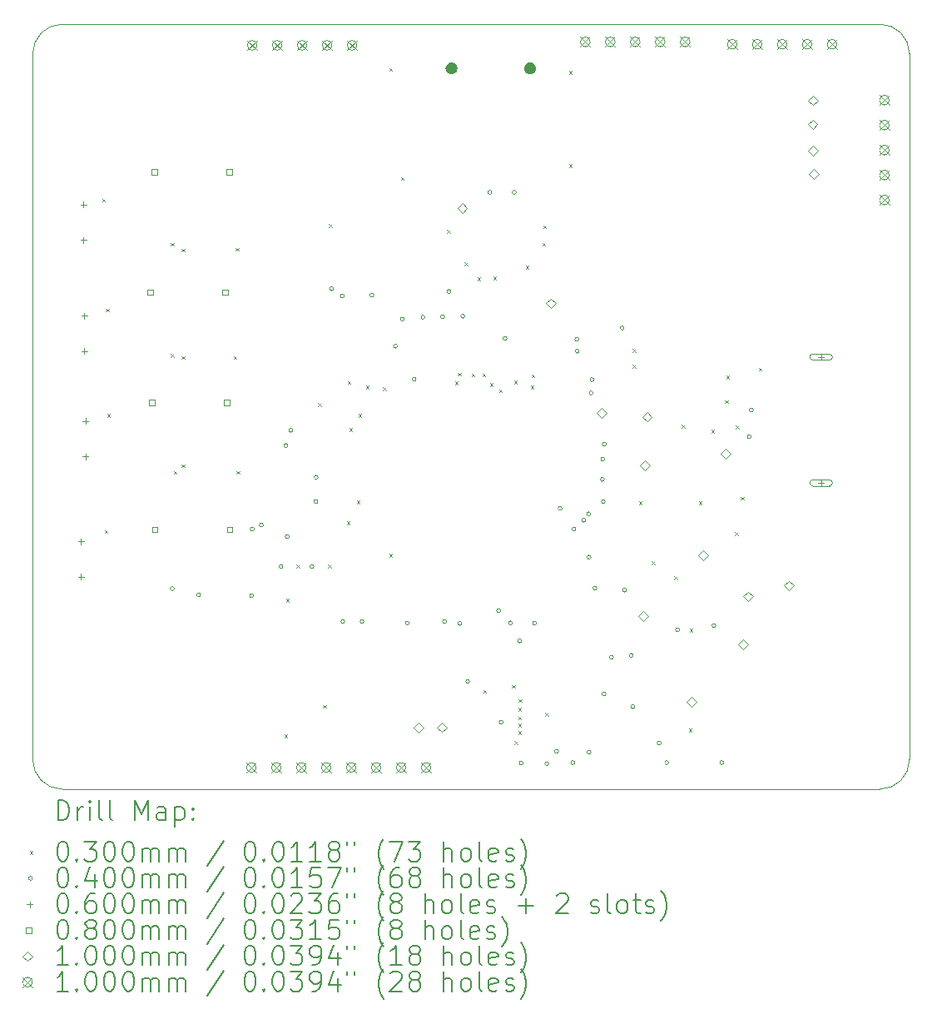
<source format=gbr>
%TF.GenerationSoftware,KiCad,Pcbnew,8.0.8*%
%TF.CreationDate,2025-03-13T11:37:56-04:00*%
%TF.ProjectId,ECE477-SeniorDesign,45434534-3737-42d5-9365-6e696f724465,rev?*%
%TF.SameCoordinates,Original*%
%TF.FileFunction,Drillmap*%
%TF.FilePolarity,Positive*%
%FSLAX45Y45*%
G04 Gerber Fmt 4.5, Leading zero omitted, Abs format (unit mm)*
G04 Created by KiCad (PCBNEW 8.0.8) date 2025-03-13 11:37:56*
%MOMM*%
%LPD*%
G01*
G04 APERTURE LIST*
%ADD10C,0.050000*%
%ADD11C,0.000000*%
%ADD12C,0.200000*%
%ADD13C,0.100000*%
G04 APERTURE END LIST*
D10*
X19822000Y-4500000D02*
G75*
G02*
X20120007Y-4800000I-2000J-300000D01*
G01*
X19820000Y-12280000D02*
X11499976Y-12280000D01*
X11200000Y-11980000D02*
X11200000Y-4800000D01*
X20120000Y-8025000D02*
X20120000Y-4800000D01*
X20120000Y-8025000D02*
X20120000Y-11980000D01*
X11200000Y-4800000D02*
G75*
G02*
X11500000Y-4500000I300000J0D01*
G01*
X20120000Y-11980000D02*
G75*
G02*
X19820000Y-12280000I-300000J0D01*
G01*
X11499976Y-12280000D02*
G75*
G02*
X11200000Y-11980000I24J300000D01*
G01*
X19822000Y-4500000D02*
X11500000Y-4500000D01*
D11*
G36*
X15475529Y-4892045D02*
G01*
X15490000Y-4898039D01*
X15502426Y-4907574D01*
X15511961Y-4920000D01*
X15517955Y-4934471D01*
X15520000Y-4950000D01*
X15517955Y-4965529D01*
X15511961Y-4980000D01*
X15502426Y-4992426D01*
X15490000Y-5001962D01*
X15475529Y-5007956D01*
X15460000Y-5010000D01*
X15444471Y-5007956D01*
X15430000Y-5001962D01*
X15417574Y-4992426D01*
X15408038Y-4980000D01*
X15402044Y-4965529D01*
X15400000Y-4950000D01*
X15402044Y-4934471D01*
X15408038Y-4920000D01*
X15417574Y-4907574D01*
X15430000Y-4898039D01*
X15444471Y-4892045D01*
X15460000Y-4890000D01*
X15475529Y-4892045D01*
G37*
G36*
X16275529Y-4892045D02*
G01*
X16290000Y-4898039D01*
X16302426Y-4907574D01*
X16311961Y-4920000D01*
X16317955Y-4934471D01*
X16320000Y-4950000D01*
X16317955Y-4965529D01*
X16311961Y-4980000D01*
X16302426Y-4992426D01*
X16290000Y-5001962D01*
X16275529Y-5007956D01*
X16260000Y-5010000D01*
X16244471Y-5007956D01*
X16230000Y-5001962D01*
X16217574Y-4992426D01*
X16208038Y-4980000D01*
X16202044Y-4965529D01*
X16200000Y-4950000D01*
X16202044Y-4934471D01*
X16208038Y-4920000D01*
X16217574Y-4907574D01*
X16230000Y-4898039D01*
X16244471Y-4892045D01*
X16260000Y-4890000D01*
X16275529Y-4892045D01*
G37*
D12*
D13*
X11905000Y-6275000D02*
X11935000Y-6305000D01*
X11935000Y-6275000D02*
X11905000Y-6305000D01*
X11930000Y-9645000D02*
X11960000Y-9675000D01*
X11960000Y-9645000D02*
X11930000Y-9675000D01*
X11945000Y-7395000D02*
X11975000Y-7425000D01*
X11975000Y-7395000D02*
X11945000Y-7425000D01*
X11955000Y-8465000D02*
X11985000Y-8495000D01*
X11985000Y-8465000D02*
X11955000Y-8495000D01*
X12605000Y-6725000D02*
X12635000Y-6755000D01*
X12635000Y-6725000D02*
X12605000Y-6755000D01*
X12605000Y-7855000D02*
X12635000Y-7885000D01*
X12635000Y-7855000D02*
X12605000Y-7885000D01*
X12635000Y-9045000D02*
X12665000Y-9075000D01*
X12665000Y-9045000D02*
X12635000Y-9075000D01*
X12715000Y-6785000D02*
X12745000Y-6815000D01*
X12745000Y-6785000D02*
X12715000Y-6815000D01*
X12715000Y-7875000D02*
X12745000Y-7905000D01*
X12745000Y-7875000D02*
X12715000Y-7905000D01*
X12715000Y-8975000D02*
X12745000Y-9005000D01*
X12745000Y-8975000D02*
X12715000Y-9005000D01*
X13245000Y-7875000D02*
X13275000Y-7905000D01*
X13275000Y-7875000D02*
X13245000Y-7905000D01*
X13265000Y-6775000D02*
X13295000Y-6805000D01*
X13295000Y-6775000D02*
X13265000Y-6805000D01*
X13275000Y-9045000D02*
X13305000Y-9075000D01*
X13305000Y-9045000D02*
X13275000Y-9075000D01*
X13760000Y-11725000D02*
X13790000Y-11755000D01*
X13790000Y-11725000D02*
X13760000Y-11755000D01*
X13775000Y-10345000D02*
X13805000Y-10375000D01*
X13805000Y-10345000D02*
X13775000Y-10375000D01*
X13885000Y-9995000D02*
X13915000Y-10025000D01*
X13915000Y-9995000D02*
X13885000Y-10025000D01*
X14105000Y-8355000D02*
X14135000Y-8385000D01*
X14135000Y-8355000D02*
X14105000Y-8385000D01*
X14155000Y-11425000D02*
X14185000Y-11455000D01*
X14185000Y-11425000D02*
X14155000Y-11455000D01*
X14205000Y-9995000D02*
X14235000Y-10025000D01*
X14235000Y-9995000D02*
X14205000Y-10025000D01*
X14215000Y-6535000D02*
X14245000Y-6565000D01*
X14245000Y-6535000D02*
X14215000Y-6565000D01*
X14395000Y-9555000D02*
X14425000Y-9585000D01*
X14425000Y-9555000D02*
X14395000Y-9585000D01*
X14405000Y-8130000D02*
X14435000Y-8160000D01*
X14435000Y-8130000D02*
X14405000Y-8160000D01*
X14420000Y-8610000D02*
X14450000Y-8640000D01*
X14450000Y-8610000D02*
X14420000Y-8640000D01*
X14495000Y-9345000D02*
X14525000Y-9375000D01*
X14525000Y-9345000D02*
X14495000Y-9375000D01*
X14515000Y-8465000D02*
X14545000Y-8495000D01*
X14545000Y-8465000D02*
X14515000Y-8495000D01*
X14590000Y-8175000D02*
X14620000Y-8205000D01*
X14620000Y-8175000D02*
X14590000Y-8205000D01*
X14765000Y-8195000D02*
X14795000Y-8225000D01*
X14795000Y-8195000D02*
X14765000Y-8225000D01*
X14825000Y-4945000D02*
X14855000Y-4975000D01*
X14855000Y-4945000D02*
X14825000Y-4975000D01*
X14825000Y-9885000D02*
X14855000Y-9915000D01*
X14855000Y-9885000D02*
X14825000Y-9915000D01*
X14945000Y-6055000D02*
X14975000Y-6085000D01*
X14975000Y-6055000D02*
X14945000Y-6085000D01*
X15415000Y-6595000D02*
X15445000Y-6625000D01*
X15445000Y-6595000D02*
X15415000Y-6625000D01*
X15495000Y-8135000D02*
X15525000Y-8165000D01*
X15525000Y-8135000D02*
X15495000Y-8165000D01*
X15525000Y-8045000D02*
X15555000Y-8075000D01*
X15555000Y-8045000D02*
X15525000Y-8075000D01*
X15595000Y-6925000D02*
X15625000Y-6955000D01*
X15625000Y-6925000D02*
X15595000Y-6955000D01*
X15665000Y-8055000D02*
X15695000Y-8085000D01*
X15695000Y-8055000D02*
X15665000Y-8085000D01*
X15725000Y-7075000D02*
X15755000Y-7105000D01*
X15755000Y-7075000D02*
X15725000Y-7105000D01*
X15775000Y-8055000D02*
X15805000Y-8085000D01*
X15805000Y-8055000D02*
X15775000Y-8085000D01*
X15785000Y-11270000D02*
X15815000Y-11300000D01*
X15815000Y-11270000D02*
X15785000Y-11300000D01*
X15851000Y-8152439D02*
X15881000Y-8182439D01*
X15881000Y-8152439D02*
X15851000Y-8182439D01*
X15885000Y-7065000D02*
X15915000Y-7095000D01*
X15915000Y-7065000D02*
X15885000Y-7095000D01*
X15945000Y-8215000D02*
X15975000Y-8245000D01*
X15975000Y-8215000D02*
X15945000Y-8245000D01*
X16075000Y-11220000D02*
X16105000Y-11250000D01*
X16105000Y-11220000D02*
X16075000Y-11250000D01*
X16095000Y-8125000D02*
X16125000Y-8155000D01*
X16125000Y-8125000D02*
X16095000Y-8155000D01*
X16102500Y-11790000D02*
X16132500Y-11820000D01*
X16132500Y-11790000D02*
X16102500Y-11820000D01*
X16140000Y-11455000D02*
X16170000Y-11485000D01*
X16170000Y-11455000D02*
X16140000Y-11485000D01*
X16140000Y-11540000D02*
X16170000Y-11570000D01*
X16170000Y-11540000D02*
X16140000Y-11570000D01*
X16140000Y-11615000D02*
X16170000Y-11645000D01*
X16170000Y-11615000D02*
X16140000Y-11645000D01*
X16140000Y-11690000D02*
X16170000Y-11720000D01*
X16170000Y-11690000D02*
X16140000Y-11720000D01*
X16145000Y-11365000D02*
X16175000Y-11395000D01*
X16175000Y-11365000D02*
X16145000Y-11395000D01*
X16215000Y-6955000D02*
X16245000Y-6985000D01*
X16245000Y-6955000D02*
X16215000Y-6985000D01*
X16265000Y-8175000D02*
X16295000Y-8205000D01*
X16295000Y-8175000D02*
X16265000Y-8205000D01*
X16275000Y-8063281D02*
X16305000Y-8093281D01*
X16305000Y-8063281D02*
X16275000Y-8093281D01*
X16385000Y-6725000D02*
X16415000Y-6755000D01*
X16415000Y-6725000D02*
X16385000Y-6755000D01*
X16395000Y-6545000D02*
X16425000Y-6575000D01*
X16425000Y-6545000D02*
X16395000Y-6575000D01*
X16415000Y-11505000D02*
X16445000Y-11535000D01*
X16445000Y-11505000D02*
X16415000Y-11535000D01*
X16655000Y-4975000D02*
X16685000Y-5005000D01*
X16685000Y-4975000D02*
X16655000Y-5005000D01*
X16655000Y-5925000D02*
X16685000Y-5955000D01*
X16685000Y-5925000D02*
X16655000Y-5955000D01*
X17305000Y-7805000D02*
X17335000Y-7835000D01*
X17335000Y-7805000D02*
X17305000Y-7835000D01*
X17305000Y-7965000D02*
X17335000Y-7995000D01*
X17335000Y-7965000D02*
X17305000Y-7995000D01*
X17365000Y-9355000D02*
X17395000Y-9385000D01*
X17395000Y-9355000D02*
X17365000Y-9385000D01*
X17500000Y-9965000D02*
X17530000Y-9995000D01*
X17530000Y-9965000D02*
X17500000Y-9995000D01*
X17725000Y-10115000D02*
X17755000Y-10145000D01*
X17755000Y-10115000D02*
X17725000Y-10145000D01*
X17805000Y-8575000D02*
X17835000Y-8605000D01*
X17835000Y-8575000D02*
X17805000Y-8605000D01*
X17875000Y-11665000D02*
X17905000Y-11695000D01*
X17905000Y-11665000D02*
X17875000Y-11695000D01*
X17885000Y-10650000D02*
X17915000Y-10680000D01*
X17915000Y-10650000D02*
X17885000Y-10680000D01*
X17975000Y-9355000D02*
X18005000Y-9385000D01*
X18005000Y-9355000D02*
X17975000Y-9385000D01*
X18105000Y-8625000D02*
X18135000Y-8655000D01*
X18135000Y-8625000D02*
X18105000Y-8655000D01*
X18245000Y-8325000D02*
X18275000Y-8355000D01*
X18275000Y-8325000D02*
X18245000Y-8355000D01*
X18255000Y-8075000D02*
X18285000Y-8105000D01*
X18285000Y-8075000D02*
X18255000Y-8105000D01*
X18345000Y-9665000D02*
X18375000Y-9695000D01*
X18375000Y-9665000D02*
X18345000Y-9695000D01*
X18355000Y-8585000D02*
X18385000Y-8615000D01*
X18385000Y-8585000D02*
X18355000Y-8615000D01*
X18405000Y-9305000D02*
X18435000Y-9335000D01*
X18435000Y-9305000D02*
X18405000Y-9335000D01*
X18585000Y-7995000D02*
X18615000Y-8025000D01*
X18615000Y-7995000D02*
X18585000Y-8025000D01*
X12640000Y-10240000D02*
G75*
G02*
X12600000Y-10240000I-20000J0D01*
G01*
X12600000Y-10240000D02*
G75*
G02*
X12640000Y-10240000I20000J0D01*
G01*
X12906950Y-10302500D02*
G75*
G02*
X12866950Y-10302500I-20000J0D01*
G01*
X12866950Y-10302500D02*
G75*
G02*
X12906950Y-10302500I20000J0D01*
G01*
X13446950Y-10312500D02*
G75*
G02*
X13406950Y-10312500I-20000J0D01*
G01*
X13406950Y-10312500D02*
G75*
G02*
X13446950Y-10312500I20000J0D01*
G01*
X13455000Y-9635000D02*
G75*
G02*
X13415000Y-9635000I-20000J0D01*
G01*
X13415000Y-9635000D02*
G75*
G02*
X13455000Y-9635000I20000J0D01*
G01*
X13545000Y-9595000D02*
G75*
G02*
X13505000Y-9595000I-20000J0D01*
G01*
X13505000Y-9595000D02*
G75*
G02*
X13545000Y-9595000I20000J0D01*
G01*
X13745000Y-10015000D02*
G75*
G02*
X13705000Y-10015000I-20000J0D01*
G01*
X13705000Y-10015000D02*
G75*
G02*
X13745000Y-10015000I20000J0D01*
G01*
X13795000Y-8785000D02*
G75*
G02*
X13755000Y-8785000I-20000J0D01*
G01*
X13755000Y-8785000D02*
G75*
G02*
X13795000Y-8785000I20000J0D01*
G01*
X13810000Y-9710000D02*
G75*
G02*
X13770000Y-9710000I-20000J0D01*
G01*
X13770000Y-9710000D02*
G75*
G02*
X13810000Y-9710000I20000J0D01*
G01*
X13845000Y-8630000D02*
G75*
G02*
X13805000Y-8630000I-20000J0D01*
G01*
X13805000Y-8630000D02*
G75*
G02*
X13845000Y-8630000I20000J0D01*
G01*
X14060000Y-10015000D02*
G75*
G02*
X14020000Y-10015000I-20000J0D01*
G01*
X14020000Y-10015000D02*
G75*
G02*
X14060000Y-10015000I20000J0D01*
G01*
X14100000Y-9355000D02*
G75*
G02*
X14060000Y-9355000I-20000J0D01*
G01*
X14060000Y-9355000D02*
G75*
G02*
X14100000Y-9355000I20000J0D01*
G01*
X14102500Y-9107500D02*
G75*
G02*
X14062500Y-9107500I-20000J0D01*
G01*
X14062500Y-9107500D02*
G75*
G02*
X14102500Y-9107500I20000J0D01*
G01*
X14260000Y-7190000D02*
G75*
G02*
X14220000Y-7190000I-20000J0D01*
G01*
X14220000Y-7190000D02*
G75*
G02*
X14260000Y-7190000I20000J0D01*
G01*
X14370000Y-7265000D02*
G75*
G02*
X14330000Y-7265000I-20000J0D01*
G01*
X14330000Y-7265000D02*
G75*
G02*
X14370000Y-7265000I20000J0D01*
G01*
X14375000Y-10575000D02*
G75*
G02*
X14335000Y-10575000I-20000J0D01*
G01*
X14335000Y-10575000D02*
G75*
G02*
X14375000Y-10575000I20000J0D01*
G01*
X14570000Y-10575000D02*
G75*
G02*
X14530000Y-10575000I-20000J0D01*
G01*
X14530000Y-10575000D02*
G75*
G02*
X14570000Y-10575000I20000J0D01*
G01*
X14670000Y-7255000D02*
G75*
G02*
X14630000Y-7255000I-20000J0D01*
G01*
X14630000Y-7255000D02*
G75*
G02*
X14670000Y-7255000I20000J0D01*
G01*
X14910000Y-7775000D02*
G75*
G02*
X14870000Y-7775000I-20000J0D01*
G01*
X14870000Y-7775000D02*
G75*
G02*
X14910000Y-7775000I20000J0D01*
G01*
X14980000Y-7500000D02*
G75*
G02*
X14940000Y-7500000I-20000J0D01*
G01*
X14940000Y-7500000D02*
G75*
G02*
X14980000Y-7500000I20000J0D01*
G01*
X15030000Y-10590000D02*
G75*
G02*
X14990000Y-10590000I-20000J0D01*
G01*
X14990000Y-10590000D02*
G75*
G02*
X15030000Y-10590000I20000J0D01*
G01*
X15100000Y-8110000D02*
G75*
G02*
X15060000Y-8110000I-20000J0D01*
G01*
X15060000Y-8110000D02*
G75*
G02*
X15100000Y-8110000I20000J0D01*
G01*
X15190000Y-7480000D02*
G75*
G02*
X15150000Y-7480000I-20000J0D01*
G01*
X15150000Y-7480000D02*
G75*
G02*
X15190000Y-7480000I20000J0D01*
G01*
X15390000Y-7475000D02*
G75*
G02*
X15350000Y-7475000I-20000J0D01*
G01*
X15350000Y-7475000D02*
G75*
G02*
X15390000Y-7475000I20000J0D01*
G01*
X15410000Y-10575000D02*
G75*
G02*
X15370000Y-10575000I-20000J0D01*
G01*
X15370000Y-10575000D02*
G75*
G02*
X15410000Y-10575000I20000J0D01*
G01*
X15455000Y-7220000D02*
G75*
G02*
X15415000Y-7220000I-20000J0D01*
G01*
X15415000Y-7220000D02*
G75*
G02*
X15455000Y-7220000I20000J0D01*
G01*
X15565000Y-10595000D02*
G75*
G02*
X15525000Y-10595000I-20000J0D01*
G01*
X15525000Y-10595000D02*
G75*
G02*
X15565000Y-10595000I20000J0D01*
G01*
X15595000Y-7470000D02*
G75*
G02*
X15555000Y-7470000I-20000J0D01*
G01*
X15555000Y-7470000D02*
G75*
G02*
X15595000Y-7470000I20000J0D01*
G01*
X15645000Y-11185000D02*
G75*
G02*
X15605000Y-11185000I-20000J0D01*
G01*
X15605000Y-11185000D02*
G75*
G02*
X15645000Y-11185000I20000J0D01*
G01*
X15870000Y-6210000D02*
G75*
G02*
X15830000Y-6210000I-20000J0D01*
G01*
X15830000Y-6210000D02*
G75*
G02*
X15870000Y-6210000I20000J0D01*
G01*
X15960000Y-10465000D02*
G75*
G02*
X15920000Y-10465000I-20000J0D01*
G01*
X15920000Y-10465000D02*
G75*
G02*
X15960000Y-10465000I20000J0D01*
G01*
X15985000Y-11600000D02*
G75*
G02*
X15945000Y-11600000I-20000J0D01*
G01*
X15945000Y-11600000D02*
G75*
G02*
X15985000Y-11600000I20000J0D01*
G01*
X16025000Y-7695000D02*
G75*
G02*
X15985000Y-7695000I-20000J0D01*
G01*
X15985000Y-7695000D02*
G75*
G02*
X16025000Y-7695000I20000J0D01*
G01*
X16080000Y-10590000D02*
G75*
G02*
X16040000Y-10590000I-20000J0D01*
G01*
X16040000Y-10590000D02*
G75*
G02*
X16080000Y-10590000I20000J0D01*
G01*
X16120000Y-6210000D02*
G75*
G02*
X16080000Y-6210000I-20000J0D01*
G01*
X16080000Y-6210000D02*
G75*
G02*
X16120000Y-6210000I20000J0D01*
G01*
X16175000Y-10772500D02*
G75*
G02*
X16135000Y-10772500I-20000J0D01*
G01*
X16135000Y-10772500D02*
G75*
G02*
X16175000Y-10772500I20000J0D01*
G01*
X16190000Y-12015000D02*
G75*
G02*
X16150000Y-12015000I-20000J0D01*
G01*
X16150000Y-12015000D02*
G75*
G02*
X16190000Y-12015000I20000J0D01*
G01*
X16325000Y-10590000D02*
G75*
G02*
X16285000Y-10590000I-20000J0D01*
G01*
X16285000Y-10590000D02*
G75*
G02*
X16325000Y-10590000I20000J0D01*
G01*
X16450000Y-12020000D02*
G75*
G02*
X16410000Y-12020000I-20000J0D01*
G01*
X16410000Y-12020000D02*
G75*
G02*
X16450000Y-12020000I20000J0D01*
G01*
X16550000Y-11895000D02*
G75*
G02*
X16510000Y-11895000I-20000J0D01*
G01*
X16510000Y-11895000D02*
G75*
G02*
X16550000Y-11895000I20000J0D01*
G01*
X16585000Y-9425000D02*
G75*
G02*
X16545000Y-9425000I-20000J0D01*
G01*
X16545000Y-9425000D02*
G75*
G02*
X16585000Y-9425000I20000J0D01*
G01*
X16715000Y-12010000D02*
G75*
G02*
X16675000Y-12010000I-20000J0D01*
G01*
X16675000Y-12010000D02*
G75*
G02*
X16715000Y-12010000I20000J0D01*
G01*
X16725000Y-9635000D02*
G75*
G02*
X16685000Y-9635000I-20000J0D01*
G01*
X16685000Y-9635000D02*
G75*
G02*
X16725000Y-9635000I20000J0D01*
G01*
X16755000Y-7705000D02*
G75*
G02*
X16715000Y-7705000I-20000J0D01*
G01*
X16715000Y-7705000D02*
G75*
G02*
X16755000Y-7705000I20000J0D01*
G01*
X16760000Y-7825000D02*
G75*
G02*
X16720000Y-7825000I-20000J0D01*
G01*
X16720000Y-7825000D02*
G75*
G02*
X16760000Y-7825000I20000J0D01*
G01*
X16825000Y-9545000D02*
G75*
G02*
X16785000Y-9545000I-20000J0D01*
G01*
X16785000Y-9545000D02*
G75*
G02*
X16825000Y-9545000I20000J0D01*
G01*
X16875000Y-9480000D02*
G75*
G02*
X16835000Y-9480000I-20000J0D01*
G01*
X16835000Y-9480000D02*
G75*
G02*
X16875000Y-9480000I20000J0D01*
G01*
X16880000Y-9920000D02*
G75*
G02*
X16840000Y-9920000I-20000J0D01*
G01*
X16840000Y-9920000D02*
G75*
G02*
X16880000Y-9920000I20000J0D01*
G01*
X16880000Y-11905000D02*
G75*
G02*
X16840000Y-11905000I-20000J0D01*
G01*
X16840000Y-11905000D02*
G75*
G02*
X16880000Y-11905000I20000J0D01*
G01*
X16900000Y-8250000D02*
G75*
G02*
X16860000Y-8250000I-20000J0D01*
G01*
X16860000Y-8250000D02*
G75*
G02*
X16900000Y-8250000I20000J0D01*
G01*
X16910000Y-8115000D02*
G75*
G02*
X16870000Y-8115000I-20000J0D01*
G01*
X16870000Y-8115000D02*
G75*
G02*
X16910000Y-8115000I20000J0D01*
G01*
X16940000Y-10235000D02*
G75*
G02*
X16900000Y-10235000I-20000J0D01*
G01*
X16900000Y-10235000D02*
G75*
G02*
X16940000Y-10235000I20000J0D01*
G01*
X17015000Y-9130000D02*
G75*
G02*
X16975000Y-9130000I-20000J0D01*
G01*
X16975000Y-9130000D02*
G75*
G02*
X17015000Y-9130000I20000J0D01*
G01*
X17020000Y-8925000D02*
G75*
G02*
X16980000Y-8925000I-20000J0D01*
G01*
X16980000Y-8925000D02*
G75*
G02*
X17020000Y-8925000I20000J0D01*
G01*
X17025000Y-9355000D02*
G75*
G02*
X16985000Y-9355000I-20000J0D01*
G01*
X16985000Y-9355000D02*
G75*
G02*
X17025000Y-9355000I20000J0D01*
G01*
X17032500Y-11312500D02*
G75*
G02*
X16992500Y-11312500I-20000J0D01*
G01*
X16992500Y-11312500D02*
G75*
G02*
X17032500Y-11312500I20000J0D01*
G01*
X17035000Y-8770000D02*
G75*
G02*
X16995000Y-8770000I-20000J0D01*
G01*
X16995000Y-8770000D02*
G75*
G02*
X17035000Y-8770000I20000J0D01*
G01*
X17107500Y-10937500D02*
G75*
G02*
X17067500Y-10937500I-20000J0D01*
G01*
X17067500Y-10937500D02*
G75*
G02*
X17107500Y-10937500I20000J0D01*
G01*
X17217500Y-7590000D02*
G75*
G02*
X17177500Y-7590000I-20000J0D01*
G01*
X17177500Y-7590000D02*
G75*
G02*
X17217500Y-7590000I20000J0D01*
G01*
X17240000Y-10255000D02*
G75*
G02*
X17200000Y-10255000I-20000J0D01*
G01*
X17200000Y-10255000D02*
G75*
G02*
X17240000Y-10255000I20000J0D01*
G01*
X17310000Y-10920000D02*
G75*
G02*
X17270000Y-10920000I-20000J0D01*
G01*
X17270000Y-10920000D02*
G75*
G02*
X17310000Y-10920000I20000J0D01*
G01*
X17325000Y-11440000D02*
G75*
G02*
X17285000Y-11440000I-20000J0D01*
G01*
X17285000Y-11440000D02*
G75*
G02*
X17325000Y-11440000I20000J0D01*
G01*
X17595000Y-11810000D02*
G75*
G02*
X17555000Y-11810000I-20000J0D01*
G01*
X17555000Y-11810000D02*
G75*
G02*
X17595000Y-11810000I20000J0D01*
G01*
X17670000Y-12010000D02*
G75*
G02*
X17630000Y-12010000I-20000J0D01*
G01*
X17630000Y-12010000D02*
G75*
G02*
X17670000Y-12010000I20000J0D01*
G01*
X17780000Y-10660000D02*
G75*
G02*
X17740000Y-10660000I-20000J0D01*
G01*
X17740000Y-10660000D02*
G75*
G02*
X17780000Y-10660000I20000J0D01*
G01*
X18150000Y-10615000D02*
G75*
G02*
X18110000Y-10615000I-20000J0D01*
G01*
X18110000Y-10615000D02*
G75*
G02*
X18150000Y-10615000I20000J0D01*
G01*
X18230000Y-12010000D02*
G75*
G02*
X18190000Y-12010000I-20000J0D01*
G01*
X18190000Y-12010000D02*
G75*
G02*
X18230000Y-12010000I20000J0D01*
G01*
X18510000Y-8695000D02*
G75*
G02*
X18470000Y-8695000I-20000J0D01*
G01*
X18470000Y-8695000D02*
G75*
G02*
X18510000Y-8695000I20000J0D01*
G01*
X18530000Y-8425000D02*
G75*
G02*
X18490000Y-8425000I-20000J0D01*
G01*
X18490000Y-8425000D02*
G75*
G02*
X18530000Y-8425000I20000J0D01*
G01*
X11690000Y-9730000D02*
X11690000Y-9790000D01*
X11660000Y-9760000D02*
X11720000Y-9760000D01*
X11690000Y-10090000D02*
X11690000Y-10150000D01*
X11660000Y-10120000D02*
X11720000Y-10120000D01*
X11715000Y-6305000D02*
X11715000Y-6365000D01*
X11685000Y-6335000D02*
X11745000Y-6335000D01*
X11715000Y-6665000D02*
X11715000Y-6725000D01*
X11685000Y-6695000D02*
X11745000Y-6695000D01*
X11725000Y-7435000D02*
X11725000Y-7495000D01*
X11695000Y-7465000D02*
X11755000Y-7465000D01*
X11725000Y-7795000D02*
X11725000Y-7855000D01*
X11695000Y-7825000D02*
X11755000Y-7825000D01*
X11735000Y-8505000D02*
X11735000Y-8565000D01*
X11705000Y-8535000D02*
X11765000Y-8535000D01*
X11735000Y-8865000D02*
X11735000Y-8925000D01*
X11705000Y-8895000D02*
X11765000Y-8895000D01*
X19221000Y-7855000D02*
X19221000Y-7915000D01*
X19191000Y-7885000D02*
X19251000Y-7885000D01*
X19136000Y-7915000D02*
X19306000Y-7915000D01*
X19306000Y-7855000D02*
G75*
G02*
X19306000Y-7915000I0J-30000D01*
G01*
X19306000Y-7855000D02*
X19136000Y-7855000D01*
X19136000Y-7855000D02*
G75*
G03*
X19136000Y-7915000I0J-30000D01*
G01*
X19221000Y-9135000D02*
X19221000Y-9195000D01*
X19191000Y-9165000D02*
X19251000Y-9165000D01*
X19136000Y-9195000D02*
X19306000Y-9195000D01*
X19306000Y-9135000D02*
G75*
G02*
X19306000Y-9195000I0J-30000D01*
G01*
X19306000Y-9135000D02*
X19136000Y-9135000D01*
X19136000Y-9135000D02*
G75*
G03*
X19136000Y-9195000I0J-30000D01*
G01*
X12422284Y-7253284D02*
X12422284Y-7196715D01*
X12365715Y-7196715D01*
X12365715Y-7253284D01*
X12422284Y-7253284D01*
X12441284Y-8378284D02*
X12441284Y-8321715D01*
X12384715Y-8321715D01*
X12384715Y-8378284D01*
X12441284Y-8378284D01*
X12466284Y-6028284D02*
X12466284Y-5971715D01*
X12409715Y-5971715D01*
X12409715Y-6028284D01*
X12466284Y-6028284D01*
X12469334Y-9668285D02*
X12469334Y-9611716D01*
X12412765Y-9611716D01*
X12412765Y-9668285D01*
X12469334Y-9668285D01*
X13184284Y-7253284D02*
X13184284Y-7196715D01*
X13127715Y-7196715D01*
X13127715Y-7253284D01*
X13184284Y-7253284D01*
X13203284Y-8378284D02*
X13203284Y-8321715D01*
X13146715Y-8321715D01*
X13146715Y-8378284D01*
X13203284Y-8378284D01*
X13228284Y-6028284D02*
X13228284Y-5971715D01*
X13171715Y-5971715D01*
X13171715Y-6028284D01*
X13228284Y-6028284D01*
X13231334Y-9668285D02*
X13231334Y-9611716D01*
X13174765Y-9611716D01*
X13174765Y-9668285D01*
X13231334Y-9668285D01*
X15125000Y-11705000D02*
X15175000Y-11655000D01*
X15125000Y-11605000D01*
X15075000Y-11655000D01*
X15125000Y-11705000D01*
X15365000Y-11700000D02*
X15415000Y-11650000D01*
X15365000Y-11600000D01*
X15315000Y-11650000D01*
X15365000Y-11700000D01*
X15570000Y-6420000D02*
X15620000Y-6370000D01*
X15570000Y-6320000D01*
X15520000Y-6370000D01*
X15570000Y-6420000D01*
X16470000Y-7390000D02*
X16520000Y-7340000D01*
X16470000Y-7290000D01*
X16420000Y-7340000D01*
X16470000Y-7390000D01*
X16985000Y-8505000D02*
X17035000Y-8455000D01*
X16985000Y-8405000D01*
X16935000Y-8455000D01*
X16985000Y-8505000D01*
X17410000Y-10570000D02*
X17460000Y-10520000D01*
X17410000Y-10470000D01*
X17360000Y-10520000D01*
X17410000Y-10570000D01*
X17430000Y-9040000D02*
X17480000Y-8990000D01*
X17430000Y-8940000D01*
X17380000Y-8990000D01*
X17430000Y-9040000D01*
X17450000Y-8542590D02*
X17500000Y-8492590D01*
X17450000Y-8442590D01*
X17400000Y-8492590D01*
X17450000Y-8542590D01*
X17900000Y-11445000D02*
X17950000Y-11395000D01*
X17900000Y-11345000D01*
X17850000Y-11395000D01*
X17900000Y-11445000D01*
X18020000Y-9950000D02*
X18070000Y-9900000D01*
X18020000Y-9850000D01*
X17970000Y-9900000D01*
X18020000Y-9950000D01*
X18250000Y-8920000D02*
X18300000Y-8870000D01*
X18250000Y-8820000D01*
X18200000Y-8870000D01*
X18250000Y-8920000D01*
X18430000Y-10860000D02*
X18480000Y-10810000D01*
X18430000Y-10760000D01*
X18380000Y-10810000D01*
X18430000Y-10860000D01*
X18480000Y-10370000D02*
X18530000Y-10320000D01*
X18480000Y-10270000D01*
X18430000Y-10320000D01*
X18480000Y-10370000D01*
X18890000Y-10260000D02*
X18940000Y-10210000D01*
X18890000Y-10160000D01*
X18840000Y-10210000D01*
X18890000Y-10260000D01*
X19135000Y-5570000D02*
X19185000Y-5520000D01*
X19135000Y-5470000D01*
X19085000Y-5520000D01*
X19135000Y-5570000D01*
X19140000Y-5325000D02*
X19190000Y-5275000D01*
X19140000Y-5225000D01*
X19090000Y-5275000D01*
X19140000Y-5325000D01*
X19140000Y-5835000D02*
X19190000Y-5785000D01*
X19140000Y-5735000D01*
X19090000Y-5785000D01*
X19140000Y-5835000D01*
X19145000Y-6075000D02*
X19195000Y-6025000D01*
X19145000Y-5975000D01*
X19095000Y-6025000D01*
X19145000Y-6075000D01*
X13374000Y-12010000D02*
X13474000Y-12110000D01*
X13474000Y-12010000D02*
X13374000Y-12110000D01*
X13474000Y-12060000D02*
G75*
G02*
X13374000Y-12060000I-50000J0D01*
G01*
X13374000Y-12060000D02*
G75*
G02*
X13474000Y-12060000I50000J0D01*
G01*
X13383000Y-4665000D02*
X13483000Y-4765000D01*
X13483000Y-4665000D02*
X13383000Y-4765000D01*
X13483000Y-4715000D02*
G75*
G02*
X13383000Y-4715000I-50000J0D01*
G01*
X13383000Y-4715000D02*
G75*
G02*
X13483000Y-4715000I50000J0D01*
G01*
X13628000Y-12010000D02*
X13728000Y-12110000D01*
X13728000Y-12010000D02*
X13628000Y-12110000D01*
X13728000Y-12060000D02*
G75*
G02*
X13628000Y-12060000I-50000J0D01*
G01*
X13628000Y-12060000D02*
G75*
G02*
X13728000Y-12060000I50000J0D01*
G01*
X13637000Y-4665000D02*
X13737000Y-4765000D01*
X13737000Y-4665000D02*
X13637000Y-4765000D01*
X13737000Y-4715000D02*
G75*
G02*
X13637000Y-4715000I-50000J0D01*
G01*
X13637000Y-4715000D02*
G75*
G02*
X13737000Y-4715000I50000J0D01*
G01*
X13882000Y-12010000D02*
X13982000Y-12110000D01*
X13982000Y-12010000D02*
X13882000Y-12110000D01*
X13982000Y-12060000D02*
G75*
G02*
X13882000Y-12060000I-50000J0D01*
G01*
X13882000Y-12060000D02*
G75*
G02*
X13982000Y-12060000I50000J0D01*
G01*
X13891000Y-4665000D02*
X13991000Y-4765000D01*
X13991000Y-4665000D02*
X13891000Y-4765000D01*
X13991000Y-4715000D02*
G75*
G02*
X13891000Y-4715000I-50000J0D01*
G01*
X13891000Y-4715000D02*
G75*
G02*
X13991000Y-4715000I50000J0D01*
G01*
X14136000Y-12010000D02*
X14236000Y-12110000D01*
X14236000Y-12010000D02*
X14136000Y-12110000D01*
X14236000Y-12060000D02*
G75*
G02*
X14136000Y-12060000I-50000J0D01*
G01*
X14136000Y-12060000D02*
G75*
G02*
X14236000Y-12060000I50000J0D01*
G01*
X14145000Y-4665000D02*
X14245000Y-4765000D01*
X14245000Y-4665000D02*
X14145000Y-4765000D01*
X14245000Y-4715000D02*
G75*
G02*
X14145000Y-4715000I-50000J0D01*
G01*
X14145000Y-4715000D02*
G75*
G02*
X14245000Y-4715000I50000J0D01*
G01*
X14390000Y-12010000D02*
X14490000Y-12110000D01*
X14490000Y-12010000D02*
X14390000Y-12110000D01*
X14490000Y-12060000D02*
G75*
G02*
X14390000Y-12060000I-50000J0D01*
G01*
X14390000Y-12060000D02*
G75*
G02*
X14490000Y-12060000I50000J0D01*
G01*
X14399000Y-4665000D02*
X14499000Y-4765000D01*
X14499000Y-4665000D02*
X14399000Y-4765000D01*
X14499000Y-4715000D02*
G75*
G02*
X14399000Y-4715000I-50000J0D01*
G01*
X14399000Y-4715000D02*
G75*
G02*
X14499000Y-4715000I50000J0D01*
G01*
X14644000Y-12010000D02*
X14744000Y-12110000D01*
X14744000Y-12010000D02*
X14644000Y-12110000D01*
X14744000Y-12060000D02*
G75*
G02*
X14644000Y-12060000I-50000J0D01*
G01*
X14644000Y-12060000D02*
G75*
G02*
X14744000Y-12060000I50000J0D01*
G01*
X14898000Y-12010000D02*
X14998000Y-12110000D01*
X14998000Y-12010000D02*
X14898000Y-12110000D01*
X14998000Y-12060000D02*
G75*
G02*
X14898000Y-12060000I-50000J0D01*
G01*
X14898000Y-12060000D02*
G75*
G02*
X14998000Y-12060000I50000J0D01*
G01*
X15152000Y-12010000D02*
X15252000Y-12110000D01*
X15252000Y-12010000D02*
X15152000Y-12110000D01*
X15252000Y-12060000D02*
G75*
G02*
X15152000Y-12060000I-50000J0D01*
G01*
X15152000Y-12060000D02*
G75*
G02*
X15252000Y-12060000I50000J0D01*
G01*
X16772000Y-4630000D02*
X16872000Y-4730000D01*
X16872000Y-4630000D02*
X16772000Y-4730000D01*
X16872000Y-4680000D02*
G75*
G02*
X16772000Y-4680000I-50000J0D01*
G01*
X16772000Y-4680000D02*
G75*
G02*
X16872000Y-4680000I50000J0D01*
G01*
X17026000Y-4630000D02*
X17126000Y-4730000D01*
X17126000Y-4630000D02*
X17026000Y-4730000D01*
X17126000Y-4680000D02*
G75*
G02*
X17026000Y-4680000I-50000J0D01*
G01*
X17026000Y-4680000D02*
G75*
G02*
X17126000Y-4680000I50000J0D01*
G01*
X17280000Y-4630000D02*
X17380000Y-4730000D01*
X17380000Y-4630000D02*
X17280000Y-4730000D01*
X17380000Y-4680000D02*
G75*
G02*
X17280000Y-4680000I-50000J0D01*
G01*
X17280000Y-4680000D02*
G75*
G02*
X17380000Y-4680000I50000J0D01*
G01*
X17534000Y-4630000D02*
X17634000Y-4730000D01*
X17634000Y-4630000D02*
X17534000Y-4730000D01*
X17634000Y-4680000D02*
G75*
G02*
X17534000Y-4680000I-50000J0D01*
G01*
X17534000Y-4680000D02*
G75*
G02*
X17634000Y-4680000I50000J0D01*
G01*
X17788000Y-4630000D02*
X17888000Y-4730000D01*
X17888000Y-4630000D02*
X17788000Y-4730000D01*
X17888000Y-4680000D02*
G75*
G02*
X17788000Y-4680000I-50000J0D01*
G01*
X17788000Y-4680000D02*
G75*
G02*
X17888000Y-4680000I50000J0D01*
G01*
X18266500Y-4655000D02*
X18366500Y-4755000D01*
X18366500Y-4655000D02*
X18266500Y-4755000D01*
X18366500Y-4705000D02*
G75*
G02*
X18266500Y-4705000I-50000J0D01*
G01*
X18266500Y-4705000D02*
G75*
G02*
X18366500Y-4705000I50000J0D01*
G01*
X18520500Y-4655000D02*
X18620500Y-4755000D01*
X18620500Y-4655000D02*
X18520500Y-4755000D01*
X18620500Y-4705000D02*
G75*
G02*
X18520500Y-4705000I-50000J0D01*
G01*
X18520500Y-4705000D02*
G75*
G02*
X18620500Y-4705000I50000J0D01*
G01*
X18774500Y-4655000D02*
X18874500Y-4755000D01*
X18874500Y-4655000D02*
X18774500Y-4755000D01*
X18874500Y-4705000D02*
G75*
G02*
X18774500Y-4705000I-50000J0D01*
G01*
X18774500Y-4705000D02*
G75*
G02*
X18874500Y-4705000I50000J0D01*
G01*
X19028500Y-4655000D02*
X19128500Y-4755000D01*
X19128500Y-4655000D02*
X19028500Y-4755000D01*
X19128500Y-4705000D02*
G75*
G02*
X19028500Y-4705000I-50000J0D01*
G01*
X19028500Y-4705000D02*
G75*
G02*
X19128500Y-4705000I50000J0D01*
G01*
X19282500Y-4655000D02*
X19382500Y-4755000D01*
X19382500Y-4655000D02*
X19282500Y-4755000D01*
X19382500Y-4705000D02*
G75*
G02*
X19282500Y-4705000I-50000J0D01*
G01*
X19282500Y-4705000D02*
G75*
G02*
X19382500Y-4705000I50000J0D01*
G01*
X19815000Y-5222000D02*
X19915000Y-5322000D01*
X19915000Y-5222000D02*
X19815000Y-5322000D01*
X19915000Y-5272000D02*
G75*
G02*
X19815000Y-5272000I-50000J0D01*
G01*
X19815000Y-5272000D02*
G75*
G02*
X19915000Y-5272000I50000J0D01*
G01*
X19815000Y-5476000D02*
X19915000Y-5576000D01*
X19915000Y-5476000D02*
X19815000Y-5576000D01*
X19915000Y-5526000D02*
G75*
G02*
X19815000Y-5526000I-50000J0D01*
G01*
X19815000Y-5526000D02*
G75*
G02*
X19915000Y-5526000I50000J0D01*
G01*
X19815000Y-5730000D02*
X19915000Y-5830000D01*
X19915000Y-5730000D02*
X19815000Y-5830000D01*
X19915000Y-5780000D02*
G75*
G02*
X19815000Y-5780000I-50000J0D01*
G01*
X19815000Y-5780000D02*
G75*
G02*
X19915000Y-5780000I50000J0D01*
G01*
X19815000Y-5984000D02*
X19915000Y-6084000D01*
X19915000Y-5984000D02*
X19815000Y-6084000D01*
X19915000Y-6034000D02*
G75*
G02*
X19815000Y-6034000I-50000J0D01*
G01*
X19815000Y-6034000D02*
G75*
G02*
X19915000Y-6034000I50000J0D01*
G01*
X19815000Y-6238000D02*
X19915000Y-6338000D01*
X19915000Y-6238000D02*
X19815000Y-6338000D01*
X19915000Y-6288000D02*
G75*
G02*
X19815000Y-6288000I-50000J0D01*
G01*
X19815000Y-6288000D02*
G75*
G02*
X19915000Y-6288000I50000J0D01*
G01*
D12*
X11458277Y-12593984D02*
X11458277Y-12393984D01*
X11458277Y-12393984D02*
X11505896Y-12393984D01*
X11505896Y-12393984D02*
X11534467Y-12403508D01*
X11534467Y-12403508D02*
X11553515Y-12422555D01*
X11553515Y-12422555D02*
X11563039Y-12441603D01*
X11563039Y-12441603D02*
X11572562Y-12479698D01*
X11572562Y-12479698D02*
X11572562Y-12508269D01*
X11572562Y-12508269D02*
X11563039Y-12546365D01*
X11563039Y-12546365D02*
X11553515Y-12565412D01*
X11553515Y-12565412D02*
X11534467Y-12584460D01*
X11534467Y-12584460D02*
X11505896Y-12593984D01*
X11505896Y-12593984D02*
X11458277Y-12593984D01*
X11658277Y-12593984D02*
X11658277Y-12460650D01*
X11658277Y-12498746D02*
X11667801Y-12479698D01*
X11667801Y-12479698D02*
X11677324Y-12470174D01*
X11677324Y-12470174D02*
X11696372Y-12460650D01*
X11696372Y-12460650D02*
X11715420Y-12460650D01*
X11782086Y-12593984D02*
X11782086Y-12460650D01*
X11782086Y-12393984D02*
X11772562Y-12403508D01*
X11772562Y-12403508D02*
X11782086Y-12413031D01*
X11782086Y-12413031D02*
X11791610Y-12403508D01*
X11791610Y-12403508D02*
X11782086Y-12393984D01*
X11782086Y-12393984D02*
X11782086Y-12413031D01*
X11905896Y-12593984D02*
X11886848Y-12584460D01*
X11886848Y-12584460D02*
X11877324Y-12565412D01*
X11877324Y-12565412D02*
X11877324Y-12393984D01*
X12010658Y-12593984D02*
X11991610Y-12584460D01*
X11991610Y-12584460D02*
X11982086Y-12565412D01*
X11982086Y-12565412D02*
X11982086Y-12393984D01*
X12239229Y-12593984D02*
X12239229Y-12393984D01*
X12239229Y-12393984D02*
X12305896Y-12536841D01*
X12305896Y-12536841D02*
X12372562Y-12393984D01*
X12372562Y-12393984D02*
X12372562Y-12593984D01*
X12553515Y-12593984D02*
X12553515Y-12489222D01*
X12553515Y-12489222D02*
X12543991Y-12470174D01*
X12543991Y-12470174D02*
X12524943Y-12460650D01*
X12524943Y-12460650D02*
X12486848Y-12460650D01*
X12486848Y-12460650D02*
X12467801Y-12470174D01*
X12553515Y-12584460D02*
X12534467Y-12593984D01*
X12534467Y-12593984D02*
X12486848Y-12593984D01*
X12486848Y-12593984D02*
X12467801Y-12584460D01*
X12467801Y-12584460D02*
X12458277Y-12565412D01*
X12458277Y-12565412D02*
X12458277Y-12546365D01*
X12458277Y-12546365D02*
X12467801Y-12527317D01*
X12467801Y-12527317D02*
X12486848Y-12517793D01*
X12486848Y-12517793D02*
X12534467Y-12517793D01*
X12534467Y-12517793D02*
X12553515Y-12508269D01*
X12648753Y-12460650D02*
X12648753Y-12660650D01*
X12648753Y-12470174D02*
X12667801Y-12460650D01*
X12667801Y-12460650D02*
X12705896Y-12460650D01*
X12705896Y-12460650D02*
X12724943Y-12470174D01*
X12724943Y-12470174D02*
X12734467Y-12479698D01*
X12734467Y-12479698D02*
X12743991Y-12498746D01*
X12743991Y-12498746D02*
X12743991Y-12555888D01*
X12743991Y-12555888D02*
X12734467Y-12574936D01*
X12734467Y-12574936D02*
X12724943Y-12584460D01*
X12724943Y-12584460D02*
X12705896Y-12593984D01*
X12705896Y-12593984D02*
X12667801Y-12593984D01*
X12667801Y-12593984D02*
X12648753Y-12584460D01*
X12829705Y-12574936D02*
X12839229Y-12584460D01*
X12839229Y-12584460D02*
X12829705Y-12593984D01*
X12829705Y-12593984D02*
X12820182Y-12584460D01*
X12820182Y-12584460D02*
X12829705Y-12574936D01*
X12829705Y-12574936D02*
X12829705Y-12593984D01*
X12829705Y-12470174D02*
X12839229Y-12479698D01*
X12839229Y-12479698D02*
X12829705Y-12489222D01*
X12829705Y-12489222D02*
X12820182Y-12479698D01*
X12820182Y-12479698D02*
X12829705Y-12470174D01*
X12829705Y-12470174D02*
X12829705Y-12489222D01*
D13*
X11167500Y-12907500D02*
X11197500Y-12937500D01*
X11197500Y-12907500D02*
X11167500Y-12937500D01*
D12*
X11496372Y-12813984D02*
X11515420Y-12813984D01*
X11515420Y-12813984D02*
X11534467Y-12823508D01*
X11534467Y-12823508D02*
X11543991Y-12833031D01*
X11543991Y-12833031D02*
X11553515Y-12852079D01*
X11553515Y-12852079D02*
X11563039Y-12890174D01*
X11563039Y-12890174D02*
X11563039Y-12937793D01*
X11563039Y-12937793D02*
X11553515Y-12975888D01*
X11553515Y-12975888D02*
X11543991Y-12994936D01*
X11543991Y-12994936D02*
X11534467Y-13004460D01*
X11534467Y-13004460D02*
X11515420Y-13013984D01*
X11515420Y-13013984D02*
X11496372Y-13013984D01*
X11496372Y-13013984D02*
X11477324Y-13004460D01*
X11477324Y-13004460D02*
X11467801Y-12994936D01*
X11467801Y-12994936D02*
X11458277Y-12975888D01*
X11458277Y-12975888D02*
X11448753Y-12937793D01*
X11448753Y-12937793D02*
X11448753Y-12890174D01*
X11448753Y-12890174D02*
X11458277Y-12852079D01*
X11458277Y-12852079D02*
X11467801Y-12833031D01*
X11467801Y-12833031D02*
X11477324Y-12823508D01*
X11477324Y-12823508D02*
X11496372Y-12813984D01*
X11648753Y-12994936D02*
X11658277Y-13004460D01*
X11658277Y-13004460D02*
X11648753Y-13013984D01*
X11648753Y-13013984D02*
X11639229Y-13004460D01*
X11639229Y-13004460D02*
X11648753Y-12994936D01*
X11648753Y-12994936D02*
X11648753Y-13013984D01*
X11724943Y-12813984D02*
X11848753Y-12813984D01*
X11848753Y-12813984D02*
X11782086Y-12890174D01*
X11782086Y-12890174D02*
X11810658Y-12890174D01*
X11810658Y-12890174D02*
X11829705Y-12899698D01*
X11829705Y-12899698D02*
X11839229Y-12909222D01*
X11839229Y-12909222D02*
X11848753Y-12928269D01*
X11848753Y-12928269D02*
X11848753Y-12975888D01*
X11848753Y-12975888D02*
X11839229Y-12994936D01*
X11839229Y-12994936D02*
X11829705Y-13004460D01*
X11829705Y-13004460D02*
X11810658Y-13013984D01*
X11810658Y-13013984D02*
X11753515Y-13013984D01*
X11753515Y-13013984D02*
X11734467Y-13004460D01*
X11734467Y-13004460D02*
X11724943Y-12994936D01*
X11972562Y-12813984D02*
X11991610Y-12813984D01*
X11991610Y-12813984D02*
X12010658Y-12823508D01*
X12010658Y-12823508D02*
X12020182Y-12833031D01*
X12020182Y-12833031D02*
X12029705Y-12852079D01*
X12029705Y-12852079D02*
X12039229Y-12890174D01*
X12039229Y-12890174D02*
X12039229Y-12937793D01*
X12039229Y-12937793D02*
X12029705Y-12975888D01*
X12029705Y-12975888D02*
X12020182Y-12994936D01*
X12020182Y-12994936D02*
X12010658Y-13004460D01*
X12010658Y-13004460D02*
X11991610Y-13013984D01*
X11991610Y-13013984D02*
X11972562Y-13013984D01*
X11972562Y-13013984D02*
X11953515Y-13004460D01*
X11953515Y-13004460D02*
X11943991Y-12994936D01*
X11943991Y-12994936D02*
X11934467Y-12975888D01*
X11934467Y-12975888D02*
X11924943Y-12937793D01*
X11924943Y-12937793D02*
X11924943Y-12890174D01*
X11924943Y-12890174D02*
X11934467Y-12852079D01*
X11934467Y-12852079D02*
X11943991Y-12833031D01*
X11943991Y-12833031D02*
X11953515Y-12823508D01*
X11953515Y-12823508D02*
X11972562Y-12813984D01*
X12163039Y-12813984D02*
X12182086Y-12813984D01*
X12182086Y-12813984D02*
X12201134Y-12823508D01*
X12201134Y-12823508D02*
X12210658Y-12833031D01*
X12210658Y-12833031D02*
X12220182Y-12852079D01*
X12220182Y-12852079D02*
X12229705Y-12890174D01*
X12229705Y-12890174D02*
X12229705Y-12937793D01*
X12229705Y-12937793D02*
X12220182Y-12975888D01*
X12220182Y-12975888D02*
X12210658Y-12994936D01*
X12210658Y-12994936D02*
X12201134Y-13004460D01*
X12201134Y-13004460D02*
X12182086Y-13013984D01*
X12182086Y-13013984D02*
X12163039Y-13013984D01*
X12163039Y-13013984D02*
X12143991Y-13004460D01*
X12143991Y-13004460D02*
X12134467Y-12994936D01*
X12134467Y-12994936D02*
X12124943Y-12975888D01*
X12124943Y-12975888D02*
X12115420Y-12937793D01*
X12115420Y-12937793D02*
X12115420Y-12890174D01*
X12115420Y-12890174D02*
X12124943Y-12852079D01*
X12124943Y-12852079D02*
X12134467Y-12833031D01*
X12134467Y-12833031D02*
X12143991Y-12823508D01*
X12143991Y-12823508D02*
X12163039Y-12813984D01*
X12315420Y-13013984D02*
X12315420Y-12880650D01*
X12315420Y-12899698D02*
X12324943Y-12890174D01*
X12324943Y-12890174D02*
X12343991Y-12880650D01*
X12343991Y-12880650D02*
X12372563Y-12880650D01*
X12372563Y-12880650D02*
X12391610Y-12890174D01*
X12391610Y-12890174D02*
X12401134Y-12909222D01*
X12401134Y-12909222D02*
X12401134Y-13013984D01*
X12401134Y-12909222D02*
X12410658Y-12890174D01*
X12410658Y-12890174D02*
X12429705Y-12880650D01*
X12429705Y-12880650D02*
X12458277Y-12880650D01*
X12458277Y-12880650D02*
X12477324Y-12890174D01*
X12477324Y-12890174D02*
X12486848Y-12909222D01*
X12486848Y-12909222D02*
X12486848Y-13013984D01*
X12582086Y-13013984D02*
X12582086Y-12880650D01*
X12582086Y-12899698D02*
X12591610Y-12890174D01*
X12591610Y-12890174D02*
X12610658Y-12880650D01*
X12610658Y-12880650D02*
X12639229Y-12880650D01*
X12639229Y-12880650D02*
X12658277Y-12890174D01*
X12658277Y-12890174D02*
X12667801Y-12909222D01*
X12667801Y-12909222D02*
X12667801Y-13013984D01*
X12667801Y-12909222D02*
X12677324Y-12890174D01*
X12677324Y-12890174D02*
X12696372Y-12880650D01*
X12696372Y-12880650D02*
X12724943Y-12880650D01*
X12724943Y-12880650D02*
X12743991Y-12890174D01*
X12743991Y-12890174D02*
X12753515Y-12909222D01*
X12753515Y-12909222D02*
X12753515Y-13013984D01*
X13143991Y-12804460D02*
X12972563Y-13061603D01*
X13401134Y-12813984D02*
X13420182Y-12813984D01*
X13420182Y-12813984D02*
X13439229Y-12823508D01*
X13439229Y-12823508D02*
X13448753Y-12833031D01*
X13448753Y-12833031D02*
X13458277Y-12852079D01*
X13458277Y-12852079D02*
X13467801Y-12890174D01*
X13467801Y-12890174D02*
X13467801Y-12937793D01*
X13467801Y-12937793D02*
X13458277Y-12975888D01*
X13458277Y-12975888D02*
X13448753Y-12994936D01*
X13448753Y-12994936D02*
X13439229Y-13004460D01*
X13439229Y-13004460D02*
X13420182Y-13013984D01*
X13420182Y-13013984D02*
X13401134Y-13013984D01*
X13401134Y-13013984D02*
X13382086Y-13004460D01*
X13382086Y-13004460D02*
X13372563Y-12994936D01*
X13372563Y-12994936D02*
X13363039Y-12975888D01*
X13363039Y-12975888D02*
X13353515Y-12937793D01*
X13353515Y-12937793D02*
X13353515Y-12890174D01*
X13353515Y-12890174D02*
X13363039Y-12852079D01*
X13363039Y-12852079D02*
X13372563Y-12833031D01*
X13372563Y-12833031D02*
X13382086Y-12823508D01*
X13382086Y-12823508D02*
X13401134Y-12813984D01*
X13553515Y-12994936D02*
X13563039Y-13004460D01*
X13563039Y-13004460D02*
X13553515Y-13013984D01*
X13553515Y-13013984D02*
X13543991Y-13004460D01*
X13543991Y-13004460D02*
X13553515Y-12994936D01*
X13553515Y-12994936D02*
X13553515Y-13013984D01*
X13686848Y-12813984D02*
X13705896Y-12813984D01*
X13705896Y-12813984D02*
X13724944Y-12823508D01*
X13724944Y-12823508D02*
X13734467Y-12833031D01*
X13734467Y-12833031D02*
X13743991Y-12852079D01*
X13743991Y-12852079D02*
X13753515Y-12890174D01*
X13753515Y-12890174D02*
X13753515Y-12937793D01*
X13753515Y-12937793D02*
X13743991Y-12975888D01*
X13743991Y-12975888D02*
X13734467Y-12994936D01*
X13734467Y-12994936D02*
X13724944Y-13004460D01*
X13724944Y-13004460D02*
X13705896Y-13013984D01*
X13705896Y-13013984D02*
X13686848Y-13013984D01*
X13686848Y-13013984D02*
X13667801Y-13004460D01*
X13667801Y-13004460D02*
X13658277Y-12994936D01*
X13658277Y-12994936D02*
X13648753Y-12975888D01*
X13648753Y-12975888D02*
X13639229Y-12937793D01*
X13639229Y-12937793D02*
X13639229Y-12890174D01*
X13639229Y-12890174D02*
X13648753Y-12852079D01*
X13648753Y-12852079D02*
X13658277Y-12833031D01*
X13658277Y-12833031D02*
X13667801Y-12823508D01*
X13667801Y-12823508D02*
X13686848Y-12813984D01*
X13943991Y-13013984D02*
X13829706Y-13013984D01*
X13886848Y-13013984D02*
X13886848Y-12813984D01*
X13886848Y-12813984D02*
X13867801Y-12842555D01*
X13867801Y-12842555D02*
X13848753Y-12861603D01*
X13848753Y-12861603D02*
X13829706Y-12871127D01*
X14134467Y-13013984D02*
X14020182Y-13013984D01*
X14077325Y-13013984D02*
X14077325Y-12813984D01*
X14077325Y-12813984D02*
X14058277Y-12842555D01*
X14058277Y-12842555D02*
X14039229Y-12861603D01*
X14039229Y-12861603D02*
X14020182Y-12871127D01*
X14248753Y-12899698D02*
X14229706Y-12890174D01*
X14229706Y-12890174D02*
X14220182Y-12880650D01*
X14220182Y-12880650D02*
X14210658Y-12861603D01*
X14210658Y-12861603D02*
X14210658Y-12852079D01*
X14210658Y-12852079D02*
X14220182Y-12833031D01*
X14220182Y-12833031D02*
X14229706Y-12823508D01*
X14229706Y-12823508D02*
X14248753Y-12813984D01*
X14248753Y-12813984D02*
X14286848Y-12813984D01*
X14286848Y-12813984D02*
X14305896Y-12823508D01*
X14305896Y-12823508D02*
X14315420Y-12833031D01*
X14315420Y-12833031D02*
X14324944Y-12852079D01*
X14324944Y-12852079D02*
X14324944Y-12861603D01*
X14324944Y-12861603D02*
X14315420Y-12880650D01*
X14315420Y-12880650D02*
X14305896Y-12890174D01*
X14305896Y-12890174D02*
X14286848Y-12899698D01*
X14286848Y-12899698D02*
X14248753Y-12899698D01*
X14248753Y-12899698D02*
X14229706Y-12909222D01*
X14229706Y-12909222D02*
X14220182Y-12918746D01*
X14220182Y-12918746D02*
X14210658Y-12937793D01*
X14210658Y-12937793D02*
X14210658Y-12975888D01*
X14210658Y-12975888D02*
X14220182Y-12994936D01*
X14220182Y-12994936D02*
X14229706Y-13004460D01*
X14229706Y-13004460D02*
X14248753Y-13013984D01*
X14248753Y-13013984D02*
X14286848Y-13013984D01*
X14286848Y-13013984D02*
X14305896Y-13004460D01*
X14305896Y-13004460D02*
X14315420Y-12994936D01*
X14315420Y-12994936D02*
X14324944Y-12975888D01*
X14324944Y-12975888D02*
X14324944Y-12937793D01*
X14324944Y-12937793D02*
X14315420Y-12918746D01*
X14315420Y-12918746D02*
X14305896Y-12909222D01*
X14305896Y-12909222D02*
X14286848Y-12899698D01*
X14401134Y-12813984D02*
X14401134Y-12852079D01*
X14477325Y-12813984D02*
X14477325Y-12852079D01*
X14772563Y-13090174D02*
X14763039Y-13080650D01*
X14763039Y-13080650D02*
X14743991Y-13052079D01*
X14743991Y-13052079D02*
X14734468Y-13033031D01*
X14734468Y-13033031D02*
X14724944Y-13004460D01*
X14724944Y-13004460D02*
X14715420Y-12956841D01*
X14715420Y-12956841D02*
X14715420Y-12918746D01*
X14715420Y-12918746D02*
X14724944Y-12871127D01*
X14724944Y-12871127D02*
X14734468Y-12842555D01*
X14734468Y-12842555D02*
X14743991Y-12823508D01*
X14743991Y-12823508D02*
X14763039Y-12794936D01*
X14763039Y-12794936D02*
X14772563Y-12785412D01*
X14829706Y-12813984D02*
X14963039Y-12813984D01*
X14963039Y-12813984D02*
X14877325Y-13013984D01*
X15020182Y-12813984D02*
X15143991Y-12813984D01*
X15143991Y-12813984D02*
X15077325Y-12890174D01*
X15077325Y-12890174D02*
X15105896Y-12890174D01*
X15105896Y-12890174D02*
X15124944Y-12899698D01*
X15124944Y-12899698D02*
X15134468Y-12909222D01*
X15134468Y-12909222D02*
X15143991Y-12928269D01*
X15143991Y-12928269D02*
X15143991Y-12975888D01*
X15143991Y-12975888D02*
X15134468Y-12994936D01*
X15134468Y-12994936D02*
X15124944Y-13004460D01*
X15124944Y-13004460D02*
X15105896Y-13013984D01*
X15105896Y-13013984D02*
X15048753Y-13013984D01*
X15048753Y-13013984D02*
X15029706Y-13004460D01*
X15029706Y-13004460D02*
X15020182Y-12994936D01*
X15382087Y-13013984D02*
X15382087Y-12813984D01*
X15467801Y-13013984D02*
X15467801Y-12909222D01*
X15467801Y-12909222D02*
X15458277Y-12890174D01*
X15458277Y-12890174D02*
X15439230Y-12880650D01*
X15439230Y-12880650D02*
X15410658Y-12880650D01*
X15410658Y-12880650D02*
X15391610Y-12890174D01*
X15391610Y-12890174D02*
X15382087Y-12899698D01*
X15591610Y-13013984D02*
X15572563Y-13004460D01*
X15572563Y-13004460D02*
X15563039Y-12994936D01*
X15563039Y-12994936D02*
X15553515Y-12975888D01*
X15553515Y-12975888D02*
X15553515Y-12918746D01*
X15553515Y-12918746D02*
X15563039Y-12899698D01*
X15563039Y-12899698D02*
X15572563Y-12890174D01*
X15572563Y-12890174D02*
X15591610Y-12880650D01*
X15591610Y-12880650D02*
X15620182Y-12880650D01*
X15620182Y-12880650D02*
X15639230Y-12890174D01*
X15639230Y-12890174D02*
X15648753Y-12899698D01*
X15648753Y-12899698D02*
X15658277Y-12918746D01*
X15658277Y-12918746D02*
X15658277Y-12975888D01*
X15658277Y-12975888D02*
X15648753Y-12994936D01*
X15648753Y-12994936D02*
X15639230Y-13004460D01*
X15639230Y-13004460D02*
X15620182Y-13013984D01*
X15620182Y-13013984D02*
X15591610Y-13013984D01*
X15772563Y-13013984D02*
X15753515Y-13004460D01*
X15753515Y-13004460D02*
X15743991Y-12985412D01*
X15743991Y-12985412D02*
X15743991Y-12813984D01*
X15924944Y-13004460D02*
X15905896Y-13013984D01*
X15905896Y-13013984D02*
X15867801Y-13013984D01*
X15867801Y-13013984D02*
X15848753Y-13004460D01*
X15848753Y-13004460D02*
X15839230Y-12985412D01*
X15839230Y-12985412D02*
X15839230Y-12909222D01*
X15839230Y-12909222D02*
X15848753Y-12890174D01*
X15848753Y-12890174D02*
X15867801Y-12880650D01*
X15867801Y-12880650D02*
X15905896Y-12880650D01*
X15905896Y-12880650D02*
X15924944Y-12890174D01*
X15924944Y-12890174D02*
X15934468Y-12909222D01*
X15934468Y-12909222D02*
X15934468Y-12928269D01*
X15934468Y-12928269D02*
X15839230Y-12947317D01*
X16010658Y-13004460D02*
X16029706Y-13013984D01*
X16029706Y-13013984D02*
X16067801Y-13013984D01*
X16067801Y-13013984D02*
X16086849Y-13004460D01*
X16086849Y-13004460D02*
X16096372Y-12985412D01*
X16096372Y-12985412D02*
X16096372Y-12975888D01*
X16096372Y-12975888D02*
X16086849Y-12956841D01*
X16086849Y-12956841D02*
X16067801Y-12947317D01*
X16067801Y-12947317D02*
X16039230Y-12947317D01*
X16039230Y-12947317D02*
X16020182Y-12937793D01*
X16020182Y-12937793D02*
X16010658Y-12918746D01*
X16010658Y-12918746D02*
X16010658Y-12909222D01*
X16010658Y-12909222D02*
X16020182Y-12890174D01*
X16020182Y-12890174D02*
X16039230Y-12880650D01*
X16039230Y-12880650D02*
X16067801Y-12880650D01*
X16067801Y-12880650D02*
X16086849Y-12890174D01*
X16163039Y-13090174D02*
X16172563Y-13080650D01*
X16172563Y-13080650D02*
X16191611Y-13052079D01*
X16191611Y-13052079D02*
X16201134Y-13033031D01*
X16201134Y-13033031D02*
X16210658Y-13004460D01*
X16210658Y-13004460D02*
X16220182Y-12956841D01*
X16220182Y-12956841D02*
X16220182Y-12918746D01*
X16220182Y-12918746D02*
X16210658Y-12871127D01*
X16210658Y-12871127D02*
X16201134Y-12842555D01*
X16201134Y-12842555D02*
X16191611Y-12823508D01*
X16191611Y-12823508D02*
X16172563Y-12794936D01*
X16172563Y-12794936D02*
X16163039Y-12785412D01*
D13*
X11197500Y-13186500D02*
G75*
G02*
X11157500Y-13186500I-20000J0D01*
G01*
X11157500Y-13186500D02*
G75*
G02*
X11197500Y-13186500I20000J0D01*
G01*
D12*
X11496372Y-13077984D02*
X11515420Y-13077984D01*
X11515420Y-13077984D02*
X11534467Y-13087508D01*
X11534467Y-13087508D02*
X11543991Y-13097031D01*
X11543991Y-13097031D02*
X11553515Y-13116079D01*
X11553515Y-13116079D02*
X11563039Y-13154174D01*
X11563039Y-13154174D02*
X11563039Y-13201793D01*
X11563039Y-13201793D02*
X11553515Y-13239888D01*
X11553515Y-13239888D02*
X11543991Y-13258936D01*
X11543991Y-13258936D02*
X11534467Y-13268460D01*
X11534467Y-13268460D02*
X11515420Y-13277984D01*
X11515420Y-13277984D02*
X11496372Y-13277984D01*
X11496372Y-13277984D02*
X11477324Y-13268460D01*
X11477324Y-13268460D02*
X11467801Y-13258936D01*
X11467801Y-13258936D02*
X11458277Y-13239888D01*
X11458277Y-13239888D02*
X11448753Y-13201793D01*
X11448753Y-13201793D02*
X11448753Y-13154174D01*
X11448753Y-13154174D02*
X11458277Y-13116079D01*
X11458277Y-13116079D02*
X11467801Y-13097031D01*
X11467801Y-13097031D02*
X11477324Y-13087508D01*
X11477324Y-13087508D02*
X11496372Y-13077984D01*
X11648753Y-13258936D02*
X11658277Y-13268460D01*
X11658277Y-13268460D02*
X11648753Y-13277984D01*
X11648753Y-13277984D02*
X11639229Y-13268460D01*
X11639229Y-13268460D02*
X11648753Y-13258936D01*
X11648753Y-13258936D02*
X11648753Y-13277984D01*
X11829705Y-13144650D02*
X11829705Y-13277984D01*
X11782086Y-13068460D02*
X11734467Y-13211317D01*
X11734467Y-13211317D02*
X11858277Y-13211317D01*
X11972562Y-13077984D02*
X11991610Y-13077984D01*
X11991610Y-13077984D02*
X12010658Y-13087508D01*
X12010658Y-13087508D02*
X12020182Y-13097031D01*
X12020182Y-13097031D02*
X12029705Y-13116079D01*
X12029705Y-13116079D02*
X12039229Y-13154174D01*
X12039229Y-13154174D02*
X12039229Y-13201793D01*
X12039229Y-13201793D02*
X12029705Y-13239888D01*
X12029705Y-13239888D02*
X12020182Y-13258936D01*
X12020182Y-13258936D02*
X12010658Y-13268460D01*
X12010658Y-13268460D02*
X11991610Y-13277984D01*
X11991610Y-13277984D02*
X11972562Y-13277984D01*
X11972562Y-13277984D02*
X11953515Y-13268460D01*
X11953515Y-13268460D02*
X11943991Y-13258936D01*
X11943991Y-13258936D02*
X11934467Y-13239888D01*
X11934467Y-13239888D02*
X11924943Y-13201793D01*
X11924943Y-13201793D02*
X11924943Y-13154174D01*
X11924943Y-13154174D02*
X11934467Y-13116079D01*
X11934467Y-13116079D02*
X11943991Y-13097031D01*
X11943991Y-13097031D02*
X11953515Y-13087508D01*
X11953515Y-13087508D02*
X11972562Y-13077984D01*
X12163039Y-13077984D02*
X12182086Y-13077984D01*
X12182086Y-13077984D02*
X12201134Y-13087508D01*
X12201134Y-13087508D02*
X12210658Y-13097031D01*
X12210658Y-13097031D02*
X12220182Y-13116079D01*
X12220182Y-13116079D02*
X12229705Y-13154174D01*
X12229705Y-13154174D02*
X12229705Y-13201793D01*
X12229705Y-13201793D02*
X12220182Y-13239888D01*
X12220182Y-13239888D02*
X12210658Y-13258936D01*
X12210658Y-13258936D02*
X12201134Y-13268460D01*
X12201134Y-13268460D02*
X12182086Y-13277984D01*
X12182086Y-13277984D02*
X12163039Y-13277984D01*
X12163039Y-13277984D02*
X12143991Y-13268460D01*
X12143991Y-13268460D02*
X12134467Y-13258936D01*
X12134467Y-13258936D02*
X12124943Y-13239888D01*
X12124943Y-13239888D02*
X12115420Y-13201793D01*
X12115420Y-13201793D02*
X12115420Y-13154174D01*
X12115420Y-13154174D02*
X12124943Y-13116079D01*
X12124943Y-13116079D02*
X12134467Y-13097031D01*
X12134467Y-13097031D02*
X12143991Y-13087508D01*
X12143991Y-13087508D02*
X12163039Y-13077984D01*
X12315420Y-13277984D02*
X12315420Y-13144650D01*
X12315420Y-13163698D02*
X12324943Y-13154174D01*
X12324943Y-13154174D02*
X12343991Y-13144650D01*
X12343991Y-13144650D02*
X12372563Y-13144650D01*
X12372563Y-13144650D02*
X12391610Y-13154174D01*
X12391610Y-13154174D02*
X12401134Y-13173222D01*
X12401134Y-13173222D02*
X12401134Y-13277984D01*
X12401134Y-13173222D02*
X12410658Y-13154174D01*
X12410658Y-13154174D02*
X12429705Y-13144650D01*
X12429705Y-13144650D02*
X12458277Y-13144650D01*
X12458277Y-13144650D02*
X12477324Y-13154174D01*
X12477324Y-13154174D02*
X12486848Y-13173222D01*
X12486848Y-13173222D02*
X12486848Y-13277984D01*
X12582086Y-13277984D02*
X12582086Y-13144650D01*
X12582086Y-13163698D02*
X12591610Y-13154174D01*
X12591610Y-13154174D02*
X12610658Y-13144650D01*
X12610658Y-13144650D02*
X12639229Y-13144650D01*
X12639229Y-13144650D02*
X12658277Y-13154174D01*
X12658277Y-13154174D02*
X12667801Y-13173222D01*
X12667801Y-13173222D02*
X12667801Y-13277984D01*
X12667801Y-13173222D02*
X12677324Y-13154174D01*
X12677324Y-13154174D02*
X12696372Y-13144650D01*
X12696372Y-13144650D02*
X12724943Y-13144650D01*
X12724943Y-13144650D02*
X12743991Y-13154174D01*
X12743991Y-13154174D02*
X12753515Y-13173222D01*
X12753515Y-13173222D02*
X12753515Y-13277984D01*
X13143991Y-13068460D02*
X12972563Y-13325603D01*
X13401134Y-13077984D02*
X13420182Y-13077984D01*
X13420182Y-13077984D02*
X13439229Y-13087508D01*
X13439229Y-13087508D02*
X13448753Y-13097031D01*
X13448753Y-13097031D02*
X13458277Y-13116079D01*
X13458277Y-13116079D02*
X13467801Y-13154174D01*
X13467801Y-13154174D02*
X13467801Y-13201793D01*
X13467801Y-13201793D02*
X13458277Y-13239888D01*
X13458277Y-13239888D02*
X13448753Y-13258936D01*
X13448753Y-13258936D02*
X13439229Y-13268460D01*
X13439229Y-13268460D02*
X13420182Y-13277984D01*
X13420182Y-13277984D02*
X13401134Y-13277984D01*
X13401134Y-13277984D02*
X13382086Y-13268460D01*
X13382086Y-13268460D02*
X13372563Y-13258936D01*
X13372563Y-13258936D02*
X13363039Y-13239888D01*
X13363039Y-13239888D02*
X13353515Y-13201793D01*
X13353515Y-13201793D02*
X13353515Y-13154174D01*
X13353515Y-13154174D02*
X13363039Y-13116079D01*
X13363039Y-13116079D02*
X13372563Y-13097031D01*
X13372563Y-13097031D02*
X13382086Y-13087508D01*
X13382086Y-13087508D02*
X13401134Y-13077984D01*
X13553515Y-13258936D02*
X13563039Y-13268460D01*
X13563039Y-13268460D02*
X13553515Y-13277984D01*
X13553515Y-13277984D02*
X13543991Y-13268460D01*
X13543991Y-13268460D02*
X13553515Y-13258936D01*
X13553515Y-13258936D02*
X13553515Y-13277984D01*
X13686848Y-13077984D02*
X13705896Y-13077984D01*
X13705896Y-13077984D02*
X13724944Y-13087508D01*
X13724944Y-13087508D02*
X13734467Y-13097031D01*
X13734467Y-13097031D02*
X13743991Y-13116079D01*
X13743991Y-13116079D02*
X13753515Y-13154174D01*
X13753515Y-13154174D02*
X13753515Y-13201793D01*
X13753515Y-13201793D02*
X13743991Y-13239888D01*
X13743991Y-13239888D02*
X13734467Y-13258936D01*
X13734467Y-13258936D02*
X13724944Y-13268460D01*
X13724944Y-13268460D02*
X13705896Y-13277984D01*
X13705896Y-13277984D02*
X13686848Y-13277984D01*
X13686848Y-13277984D02*
X13667801Y-13268460D01*
X13667801Y-13268460D02*
X13658277Y-13258936D01*
X13658277Y-13258936D02*
X13648753Y-13239888D01*
X13648753Y-13239888D02*
X13639229Y-13201793D01*
X13639229Y-13201793D02*
X13639229Y-13154174D01*
X13639229Y-13154174D02*
X13648753Y-13116079D01*
X13648753Y-13116079D02*
X13658277Y-13097031D01*
X13658277Y-13097031D02*
X13667801Y-13087508D01*
X13667801Y-13087508D02*
X13686848Y-13077984D01*
X13943991Y-13277984D02*
X13829706Y-13277984D01*
X13886848Y-13277984D02*
X13886848Y-13077984D01*
X13886848Y-13077984D02*
X13867801Y-13106555D01*
X13867801Y-13106555D02*
X13848753Y-13125603D01*
X13848753Y-13125603D02*
X13829706Y-13135127D01*
X14124944Y-13077984D02*
X14029706Y-13077984D01*
X14029706Y-13077984D02*
X14020182Y-13173222D01*
X14020182Y-13173222D02*
X14029706Y-13163698D01*
X14029706Y-13163698D02*
X14048753Y-13154174D01*
X14048753Y-13154174D02*
X14096372Y-13154174D01*
X14096372Y-13154174D02*
X14115420Y-13163698D01*
X14115420Y-13163698D02*
X14124944Y-13173222D01*
X14124944Y-13173222D02*
X14134467Y-13192269D01*
X14134467Y-13192269D02*
X14134467Y-13239888D01*
X14134467Y-13239888D02*
X14124944Y-13258936D01*
X14124944Y-13258936D02*
X14115420Y-13268460D01*
X14115420Y-13268460D02*
X14096372Y-13277984D01*
X14096372Y-13277984D02*
X14048753Y-13277984D01*
X14048753Y-13277984D02*
X14029706Y-13268460D01*
X14029706Y-13268460D02*
X14020182Y-13258936D01*
X14201134Y-13077984D02*
X14334467Y-13077984D01*
X14334467Y-13077984D02*
X14248753Y-13277984D01*
X14401134Y-13077984D02*
X14401134Y-13116079D01*
X14477325Y-13077984D02*
X14477325Y-13116079D01*
X14772563Y-13354174D02*
X14763039Y-13344650D01*
X14763039Y-13344650D02*
X14743991Y-13316079D01*
X14743991Y-13316079D02*
X14734468Y-13297031D01*
X14734468Y-13297031D02*
X14724944Y-13268460D01*
X14724944Y-13268460D02*
X14715420Y-13220841D01*
X14715420Y-13220841D02*
X14715420Y-13182746D01*
X14715420Y-13182746D02*
X14724944Y-13135127D01*
X14724944Y-13135127D02*
X14734468Y-13106555D01*
X14734468Y-13106555D02*
X14743991Y-13087508D01*
X14743991Y-13087508D02*
X14763039Y-13058936D01*
X14763039Y-13058936D02*
X14772563Y-13049412D01*
X14934468Y-13077984D02*
X14896372Y-13077984D01*
X14896372Y-13077984D02*
X14877325Y-13087508D01*
X14877325Y-13087508D02*
X14867801Y-13097031D01*
X14867801Y-13097031D02*
X14848753Y-13125603D01*
X14848753Y-13125603D02*
X14839229Y-13163698D01*
X14839229Y-13163698D02*
X14839229Y-13239888D01*
X14839229Y-13239888D02*
X14848753Y-13258936D01*
X14848753Y-13258936D02*
X14858277Y-13268460D01*
X14858277Y-13268460D02*
X14877325Y-13277984D01*
X14877325Y-13277984D02*
X14915420Y-13277984D01*
X14915420Y-13277984D02*
X14934468Y-13268460D01*
X14934468Y-13268460D02*
X14943991Y-13258936D01*
X14943991Y-13258936D02*
X14953515Y-13239888D01*
X14953515Y-13239888D02*
X14953515Y-13192269D01*
X14953515Y-13192269D02*
X14943991Y-13173222D01*
X14943991Y-13173222D02*
X14934468Y-13163698D01*
X14934468Y-13163698D02*
X14915420Y-13154174D01*
X14915420Y-13154174D02*
X14877325Y-13154174D01*
X14877325Y-13154174D02*
X14858277Y-13163698D01*
X14858277Y-13163698D02*
X14848753Y-13173222D01*
X14848753Y-13173222D02*
X14839229Y-13192269D01*
X15067801Y-13163698D02*
X15048753Y-13154174D01*
X15048753Y-13154174D02*
X15039229Y-13144650D01*
X15039229Y-13144650D02*
X15029706Y-13125603D01*
X15029706Y-13125603D02*
X15029706Y-13116079D01*
X15029706Y-13116079D02*
X15039229Y-13097031D01*
X15039229Y-13097031D02*
X15048753Y-13087508D01*
X15048753Y-13087508D02*
X15067801Y-13077984D01*
X15067801Y-13077984D02*
X15105896Y-13077984D01*
X15105896Y-13077984D02*
X15124944Y-13087508D01*
X15124944Y-13087508D02*
X15134468Y-13097031D01*
X15134468Y-13097031D02*
X15143991Y-13116079D01*
X15143991Y-13116079D02*
X15143991Y-13125603D01*
X15143991Y-13125603D02*
X15134468Y-13144650D01*
X15134468Y-13144650D02*
X15124944Y-13154174D01*
X15124944Y-13154174D02*
X15105896Y-13163698D01*
X15105896Y-13163698D02*
X15067801Y-13163698D01*
X15067801Y-13163698D02*
X15048753Y-13173222D01*
X15048753Y-13173222D02*
X15039229Y-13182746D01*
X15039229Y-13182746D02*
X15029706Y-13201793D01*
X15029706Y-13201793D02*
X15029706Y-13239888D01*
X15029706Y-13239888D02*
X15039229Y-13258936D01*
X15039229Y-13258936D02*
X15048753Y-13268460D01*
X15048753Y-13268460D02*
X15067801Y-13277984D01*
X15067801Y-13277984D02*
X15105896Y-13277984D01*
X15105896Y-13277984D02*
X15124944Y-13268460D01*
X15124944Y-13268460D02*
X15134468Y-13258936D01*
X15134468Y-13258936D02*
X15143991Y-13239888D01*
X15143991Y-13239888D02*
X15143991Y-13201793D01*
X15143991Y-13201793D02*
X15134468Y-13182746D01*
X15134468Y-13182746D02*
X15124944Y-13173222D01*
X15124944Y-13173222D02*
X15105896Y-13163698D01*
X15382087Y-13277984D02*
X15382087Y-13077984D01*
X15467801Y-13277984D02*
X15467801Y-13173222D01*
X15467801Y-13173222D02*
X15458277Y-13154174D01*
X15458277Y-13154174D02*
X15439230Y-13144650D01*
X15439230Y-13144650D02*
X15410658Y-13144650D01*
X15410658Y-13144650D02*
X15391610Y-13154174D01*
X15391610Y-13154174D02*
X15382087Y-13163698D01*
X15591610Y-13277984D02*
X15572563Y-13268460D01*
X15572563Y-13268460D02*
X15563039Y-13258936D01*
X15563039Y-13258936D02*
X15553515Y-13239888D01*
X15553515Y-13239888D02*
X15553515Y-13182746D01*
X15553515Y-13182746D02*
X15563039Y-13163698D01*
X15563039Y-13163698D02*
X15572563Y-13154174D01*
X15572563Y-13154174D02*
X15591610Y-13144650D01*
X15591610Y-13144650D02*
X15620182Y-13144650D01*
X15620182Y-13144650D02*
X15639230Y-13154174D01*
X15639230Y-13154174D02*
X15648753Y-13163698D01*
X15648753Y-13163698D02*
X15658277Y-13182746D01*
X15658277Y-13182746D02*
X15658277Y-13239888D01*
X15658277Y-13239888D02*
X15648753Y-13258936D01*
X15648753Y-13258936D02*
X15639230Y-13268460D01*
X15639230Y-13268460D02*
X15620182Y-13277984D01*
X15620182Y-13277984D02*
X15591610Y-13277984D01*
X15772563Y-13277984D02*
X15753515Y-13268460D01*
X15753515Y-13268460D02*
X15743991Y-13249412D01*
X15743991Y-13249412D02*
X15743991Y-13077984D01*
X15924944Y-13268460D02*
X15905896Y-13277984D01*
X15905896Y-13277984D02*
X15867801Y-13277984D01*
X15867801Y-13277984D02*
X15848753Y-13268460D01*
X15848753Y-13268460D02*
X15839230Y-13249412D01*
X15839230Y-13249412D02*
X15839230Y-13173222D01*
X15839230Y-13173222D02*
X15848753Y-13154174D01*
X15848753Y-13154174D02*
X15867801Y-13144650D01*
X15867801Y-13144650D02*
X15905896Y-13144650D01*
X15905896Y-13144650D02*
X15924944Y-13154174D01*
X15924944Y-13154174D02*
X15934468Y-13173222D01*
X15934468Y-13173222D02*
X15934468Y-13192269D01*
X15934468Y-13192269D02*
X15839230Y-13211317D01*
X16010658Y-13268460D02*
X16029706Y-13277984D01*
X16029706Y-13277984D02*
X16067801Y-13277984D01*
X16067801Y-13277984D02*
X16086849Y-13268460D01*
X16086849Y-13268460D02*
X16096372Y-13249412D01*
X16096372Y-13249412D02*
X16096372Y-13239888D01*
X16096372Y-13239888D02*
X16086849Y-13220841D01*
X16086849Y-13220841D02*
X16067801Y-13211317D01*
X16067801Y-13211317D02*
X16039230Y-13211317D01*
X16039230Y-13211317D02*
X16020182Y-13201793D01*
X16020182Y-13201793D02*
X16010658Y-13182746D01*
X16010658Y-13182746D02*
X16010658Y-13173222D01*
X16010658Y-13173222D02*
X16020182Y-13154174D01*
X16020182Y-13154174D02*
X16039230Y-13144650D01*
X16039230Y-13144650D02*
X16067801Y-13144650D01*
X16067801Y-13144650D02*
X16086849Y-13154174D01*
X16163039Y-13354174D02*
X16172563Y-13344650D01*
X16172563Y-13344650D02*
X16191611Y-13316079D01*
X16191611Y-13316079D02*
X16201134Y-13297031D01*
X16201134Y-13297031D02*
X16210658Y-13268460D01*
X16210658Y-13268460D02*
X16220182Y-13220841D01*
X16220182Y-13220841D02*
X16220182Y-13182746D01*
X16220182Y-13182746D02*
X16210658Y-13135127D01*
X16210658Y-13135127D02*
X16201134Y-13106555D01*
X16201134Y-13106555D02*
X16191611Y-13087508D01*
X16191611Y-13087508D02*
X16172563Y-13058936D01*
X16172563Y-13058936D02*
X16163039Y-13049412D01*
D13*
X11167500Y-13420500D02*
X11167500Y-13480500D01*
X11137500Y-13450500D02*
X11197500Y-13450500D01*
D12*
X11496372Y-13341984D02*
X11515420Y-13341984D01*
X11515420Y-13341984D02*
X11534467Y-13351508D01*
X11534467Y-13351508D02*
X11543991Y-13361031D01*
X11543991Y-13361031D02*
X11553515Y-13380079D01*
X11553515Y-13380079D02*
X11563039Y-13418174D01*
X11563039Y-13418174D02*
X11563039Y-13465793D01*
X11563039Y-13465793D02*
X11553515Y-13503888D01*
X11553515Y-13503888D02*
X11543991Y-13522936D01*
X11543991Y-13522936D02*
X11534467Y-13532460D01*
X11534467Y-13532460D02*
X11515420Y-13541984D01*
X11515420Y-13541984D02*
X11496372Y-13541984D01*
X11496372Y-13541984D02*
X11477324Y-13532460D01*
X11477324Y-13532460D02*
X11467801Y-13522936D01*
X11467801Y-13522936D02*
X11458277Y-13503888D01*
X11458277Y-13503888D02*
X11448753Y-13465793D01*
X11448753Y-13465793D02*
X11448753Y-13418174D01*
X11448753Y-13418174D02*
X11458277Y-13380079D01*
X11458277Y-13380079D02*
X11467801Y-13361031D01*
X11467801Y-13361031D02*
X11477324Y-13351508D01*
X11477324Y-13351508D02*
X11496372Y-13341984D01*
X11648753Y-13522936D02*
X11658277Y-13532460D01*
X11658277Y-13532460D02*
X11648753Y-13541984D01*
X11648753Y-13541984D02*
X11639229Y-13532460D01*
X11639229Y-13532460D02*
X11648753Y-13522936D01*
X11648753Y-13522936D02*
X11648753Y-13541984D01*
X11829705Y-13341984D02*
X11791610Y-13341984D01*
X11791610Y-13341984D02*
X11772562Y-13351508D01*
X11772562Y-13351508D02*
X11763039Y-13361031D01*
X11763039Y-13361031D02*
X11743991Y-13389603D01*
X11743991Y-13389603D02*
X11734467Y-13427698D01*
X11734467Y-13427698D02*
X11734467Y-13503888D01*
X11734467Y-13503888D02*
X11743991Y-13522936D01*
X11743991Y-13522936D02*
X11753515Y-13532460D01*
X11753515Y-13532460D02*
X11772562Y-13541984D01*
X11772562Y-13541984D02*
X11810658Y-13541984D01*
X11810658Y-13541984D02*
X11829705Y-13532460D01*
X11829705Y-13532460D02*
X11839229Y-13522936D01*
X11839229Y-13522936D02*
X11848753Y-13503888D01*
X11848753Y-13503888D02*
X11848753Y-13456269D01*
X11848753Y-13456269D02*
X11839229Y-13437222D01*
X11839229Y-13437222D02*
X11829705Y-13427698D01*
X11829705Y-13427698D02*
X11810658Y-13418174D01*
X11810658Y-13418174D02*
X11772562Y-13418174D01*
X11772562Y-13418174D02*
X11753515Y-13427698D01*
X11753515Y-13427698D02*
X11743991Y-13437222D01*
X11743991Y-13437222D02*
X11734467Y-13456269D01*
X11972562Y-13341984D02*
X11991610Y-13341984D01*
X11991610Y-13341984D02*
X12010658Y-13351508D01*
X12010658Y-13351508D02*
X12020182Y-13361031D01*
X12020182Y-13361031D02*
X12029705Y-13380079D01*
X12029705Y-13380079D02*
X12039229Y-13418174D01*
X12039229Y-13418174D02*
X12039229Y-13465793D01*
X12039229Y-13465793D02*
X12029705Y-13503888D01*
X12029705Y-13503888D02*
X12020182Y-13522936D01*
X12020182Y-13522936D02*
X12010658Y-13532460D01*
X12010658Y-13532460D02*
X11991610Y-13541984D01*
X11991610Y-13541984D02*
X11972562Y-13541984D01*
X11972562Y-13541984D02*
X11953515Y-13532460D01*
X11953515Y-13532460D02*
X11943991Y-13522936D01*
X11943991Y-13522936D02*
X11934467Y-13503888D01*
X11934467Y-13503888D02*
X11924943Y-13465793D01*
X11924943Y-13465793D02*
X11924943Y-13418174D01*
X11924943Y-13418174D02*
X11934467Y-13380079D01*
X11934467Y-13380079D02*
X11943991Y-13361031D01*
X11943991Y-13361031D02*
X11953515Y-13351508D01*
X11953515Y-13351508D02*
X11972562Y-13341984D01*
X12163039Y-13341984D02*
X12182086Y-13341984D01*
X12182086Y-13341984D02*
X12201134Y-13351508D01*
X12201134Y-13351508D02*
X12210658Y-13361031D01*
X12210658Y-13361031D02*
X12220182Y-13380079D01*
X12220182Y-13380079D02*
X12229705Y-13418174D01*
X12229705Y-13418174D02*
X12229705Y-13465793D01*
X12229705Y-13465793D02*
X12220182Y-13503888D01*
X12220182Y-13503888D02*
X12210658Y-13522936D01*
X12210658Y-13522936D02*
X12201134Y-13532460D01*
X12201134Y-13532460D02*
X12182086Y-13541984D01*
X12182086Y-13541984D02*
X12163039Y-13541984D01*
X12163039Y-13541984D02*
X12143991Y-13532460D01*
X12143991Y-13532460D02*
X12134467Y-13522936D01*
X12134467Y-13522936D02*
X12124943Y-13503888D01*
X12124943Y-13503888D02*
X12115420Y-13465793D01*
X12115420Y-13465793D02*
X12115420Y-13418174D01*
X12115420Y-13418174D02*
X12124943Y-13380079D01*
X12124943Y-13380079D02*
X12134467Y-13361031D01*
X12134467Y-13361031D02*
X12143991Y-13351508D01*
X12143991Y-13351508D02*
X12163039Y-13341984D01*
X12315420Y-13541984D02*
X12315420Y-13408650D01*
X12315420Y-13427698D02*
X12324943Y-13418174D01*
X12324943Y-13418174D02*
X12343991Y-13408650D01*
X12343991Y-13408650D02*
X12372563Y-13408650D01*
X12372563Y-13408650D02*
X12391610Y-13418174D01*
X12391610Y-13418174D02*
X12401134Y-13437222D01*
X12401134Y-13437222D02*
X12401134Y-13541984D01*
X12401134Y-13437222D02*
X12410658Y-13418174D01*
X12410658Y-13418174D02*
X12429705Y-13408650D01*
X12429705Y-13408650D02*
X12458277Y-13408650D01*
X12458277Y-13408650D02*
X12477324Y-13418174D01*
X12477324Y-13418174D02*
X12486848Y-13437222D01*
X12486848Y-13437222D02*
X12486848Y-13541984D01*
X12582086Y-13541984D02*
X12582086Y-13408650D01*
X12582086Y-13427698D02*
X12591610Y-13418174D01*
X12591610Y-13418174D02*
X12610658Y-13408650D01*
X12610658Y-13408650D02*
X12639229Y-13408650D01*
X12639229Y-13408650D02*
X12658277Y-13418174D01*
X12658277Y-13418174D02*
X12667801Y-13437222D01*
X12667801Y-13437222D02*
X12667801Y-13541984D01*
X12667801Y-13437222D02*
X12677324Y-13418174D01*
X12677324Y-13418174D02*
X12696372Y-13408650D01*
X12696372Y-13408650D02*
X12724943Y-13408650D01*
X12724943Y-13408650D02*
X12743991Y-13418174D01*
X12743991Y-13418174D02*
X12753515Y-13437222D01*
X12753515Y-13437222D02*
X12753515Y-13541984D01*
X13143991Y-13332460D02*
X12972563Y-13589603D01*
X13401134Y-13341984D02*
X13420182Y-13341984D01*
X13420182Y-13341984D02*
X13439229Y-13351508D01*
X13439229Y-13351508D02*
X13448753Y-13361031D01*
X13448753Y-13361031D02*
X13458277Y-13380079D01*
X13458277Y-13380079D02*
X13467801Y-13418174D01*
X13467801Y-13418174D02*
X13467801Y-13465793D01*
X13467801Y-13465793D02*
X13458277Y-13503888D01*
X13458277Y-13503888D02*
X13448753Y-13522936D01*
X13448753Y-13522936D02*
X13439229Y-13532460D01*
X13439229Y-13532460D02*
X13420182Y-13541984D01*
X13420182Y-13541984D02*
X13401134Y-13541984D01*
X13401134Y-13541984D02*
X13382086Y-13532460D01*
X13382086Y-13532460D02*
X13372563Y-13522936D01*
X13372563Y-13522936D02*
X13363039Y-13503888D01*
X13363039Y-13503888D02*
X13353515Y-13465793D01*
X13353515Y-13465793D02*
X13353515Y-13418174D01*
X13353515Y-13418174D02*
X13363039Y-13380079D01*
X13363039Y-13380079D02*
X13372563Y-13361031D01*
X13372563Y-13361031D02*
X13382086Y-13351508D01*
X13382086Y-13351508D02*
X13401134Y-13341984D01*
X13553515Y-13522936D02*
X13563039Y-13532460D01*
X13563039Y-13532460D02*
X13553515Y-13541984D01*
X13553515Y-13541984D02*
X13543991Y-13532460D01*
X13543991Y-13532460D02*
X13553515Y-13522936D01*
X13553515Y-13522936D02*
X13553515Y-13541984D01*
X13686848Y-13341984D02*
X13705896Y-13341984D01*
X13705896Y-13341984D02*
X13724944Y-13351508D01*
X13724944Y-13351508D02*
X13734467Y-13361031D01*
X13734467Y-13361031D02*
X13743991Y-13380079D01*
X13743991Y-13380079D02*
X13753515Y-13418174D01*
X13753515Y-13418174D02*
X13753515Y-13465793D01*
X13753515Y-13465793D02*
X13743991Y-13503888D01*
X13743991Y-13503888D02*
X13734467Y-13522936D01*
X13734467Y-13522936D02*
X13724944Y-13532460D01*
X13724944Y-13532460D02*
X13705896Y-13541984D01*
X13705896Y-13541984D02*
X13686848Y-13541984D01*
X13686848Y-13541984D02*
X13667801Y-13532460D01*
X13667801Y-13532460D02*
X13658277Y-13522936D01*
X13658277Y-13522936D02*
X13648753Y-13503888D01*
X13648753Y-13503888D02*
X13639229Y-13465793D01*
X13639229Y-13465793D02*
X13639229Y-13418174D01*
X13639229Y-13418174D02*
X13648753Y-13380079D01*
X13648753Y-13380079D02*
X13658277Y-13361031D01*
X13658277Y-13361031D02*
X13667801Y-13351508D01*
X13667801Y-13351508D02*
X13686848Y-13341984D01*
X13829706Y-13361031D02*
X13839229Y-13351508D01*
X13839229Y-13351508D02*
X13858277Y-13341984D01*
X13858277Y-13341984D02*
X13905896Y-13341984D01*
X13905896Y-13341984D02*
X13924944Y-13351508D01*
X13924944Y-13351508D02*
X13934467Y-13361031D01*
X13934467Y-13361031D02*
X13943991Y-13380079D01*
X13943991Y-13380079D02*
X13943991Y-13399127D01*
X13943991Y-13399127D02*
X13934467Y-13427698D01*
X13934467Y-13427698D02*
X13820182Y-13541984D01*
X13820182Y-13541984D02*
X13943991Y-13541984D01*
X14010658Y-13341984D02*
X14134467Y-13341984D01*
X14134467Y-13341984D02*
X14067801Y-13418174D01*
X14067801Y-13418174D02*
X14096372Y-13418174D01*
X14096372Y-13418174D02*
X14115420Y-13427698D01*
X14115420Y-13427698D02*
X14124944Y-13437222D01*
X14124944Y-13437222D02*
X14134467Y-13456269D01*
X14134467Y-13456269D02*
X14134467Y-13503888D01*
X14134467Y-13503888D02*
X14124944Y-13522936D01*
X14124944Y-13522936D02*
X14115420Y-13532460D01*
X14115420Y-13532460D02*
X14096372Y-13541984D01*
X14096372Y-13541984D02*
X14039229Y-13541984D01*
X14039229Y-13541984D02*
X14020182Y-13532460D01*
X14020182Y-13532460D02*
X14010658Y-13522936D01*
X14305896Y-13341984D02*
X14267801Y-13341984D01*
X14267801Y-13341984D02*
X14248753Y-13351508D01*
X14248753Y-13351508D02*
X14239229Y-13361031D01*
X14239229Y-13361031D02*
X14220182Y-13389603D01*
X14220182Y-13389603D02*
X14210658Y-13427698D01*
X14210658Y-13427698D02*
X14210658Y-13503888D01*
X14210658Y-13503888D02*
X14220182Y-13522936D01*
X14220182Y-13522936D02*
X14229706Y-13532460D01*
X14229706Y-13532460D02*
X14248753Y-13541984D01*
X14248753Y-13541984D02*
X14286848Y-13541984D01*
X14286848Y-13541984D02*
X14305896Y-13532460D01*
X14305896Y-13532460D02*
X14315420Y-13522936D01*
X14315420Y-13522936D02*
X14324944Y-13503888D01*
X14324944Y-13503888D02*
X14324944Y-13456269D01*
X14324944Y-13456269D02*
X14315420Y-13437222D01*
X14315420Y-13437222D02*
X14305896Y-13427698D01*
X14305896Y-13427698D02*
X14286848Y-13418174D01*
X14286848Y-13418174D02*
X14248753Y-13418174D01*
X14248753Y-13418174D02*
X14229706Y-13427698D01*
X14229706Y-13427698D02*
X14220182Y-13437222D01*
X14220182Y-13437222D02*
X14210658Y-13456269D01*
X14401134Y-13341984D02*
X14401134Y-13380079D01*
X14477325Y-13341984D02*
X14477325Y-13380079D01*
X14772563Y-13618174D02*
X14763039Y-13608650D01*
X14763039Y-13608650D02*
X14743991Y-13580079D01*
X14743991Y-13580079D02*
X14734468Y-13561031D01*
X14734468Y-13561031D02*
X14724944Y-13532460D01*
X14724944Y-13532460D02*
X14715420Y-13484841D01*
X14715420Y-13484841D02*
X14715420Y-13446746D01*
X14715420Y-13446746D02*
X14724944Y-13399127D01*
X14724944Y-13399127D02*
X14734468Y-13370555D01*
X14734468Y-13370555D02*
X14743991Y-13351508D01*
X14743991Y-13351508D02*
X14763039Y-13322936D01*
X14763039Y-13322936D02*
X14772563Y-13313412D01*
X14877325Y-13427698D02*
X14858277Y-13418174D01*
X14858277Y-13418174D02*
X14848753Y-13408650D01*
X14848753Y-13408650D02*
X14839229Y-13389603D01*
X14839229Y-13389603D02*
X14839229Y-13380079D01*
X14839229Y-13380079D02*
X14848753Y-13361031D01*
X14848753Y-13361031D02*
X14858277Y-13351508D01*
X14858277Y-13351508D02*
X14877325Y-13341984D01*
X14877325Y-13341984D02*
X14915420Y-13341984D01*
X14915420Y-13341984D02*
X14934468Y-13351508D01*
X14934468Y-13351508D02*
X14943991Y-13361031D01*
X14943991Y-13361031D02*
X14953515Y-13380079D01*
X14953515Y-13380079D02*
X14953515Y-13389603D01*
X14953515Y-13389603D02*
X14943991Y-13408650D01*
X14943991Y-13408650D02*
X14934468Y-13418174D01*
X14934468Y-13418174D02*
X14915420Y-13427698D01*
X14915420Y-13427698D02*
X14877325Y-13427698D01*
X14877325Y-13427698D02*
X14858277Y-13437222D01*
X14858277Y-13437222D02*
X14848753Y-13446746D01*
X14848753Y-13446746D02*
X14839229Y-13465793D01*
X14839229Y-13465793D02*
X14839229Y-13503888D01*
X14839229Y-13503888D02*
X14848753Y-13522936D01*
X14848753Y-13522936D02*
X14858277Y-13532460D01*
X14858277Y-13532460D02*
X14877325Y-13541984D01*
X14877325Y-13541984D02*
X14915420Y-13541984D01*
X14915420Y-13541984D02*
X14934468Y-13532460D01*
X14934468Y-13532460D02*
X14943991Y-13522936D01*
X14943991Y-13522936D02*
X14953515Y-13503888D01*
X14953515Y-13503888D02*
X14953515Y-13465793D01*
X14953515Y-13465793D02*
X14943991Y-13446746D01*
X14943991Y-13446746D02*
X14934468Y-13437222D01*
X14934468Y-13437222D02*
X14915420Y-13427698D01*
X15191610Y-13541984D02*
X15191610Y-13341984D01*
X15277325Y-13541984D02*
X15277325Y-13437222D01*
X15277325Y-13437222D02*
X15267801Y-13418174D01*
X15267801Y-13418174D02*
X15248753Y-13408650D01*
X15248753Y-13408650D02*
X15220182Y-13408650D01*
X15220182Y-13408650D02*
X15201134Y-13418174D01*
X15201134Y-13418174D02*
X15191610Y-13427698D01*
X15401134Y-13541984D02*
X15382087Y-13532460D01*
X15382087Y-13532460D02*
X15372563Y-13522936D01*
X15372563Y-13522936D02*
X15363039Y-13503888D01*
X15363039Y-13503888D02*
X15363039Y-13446746D01*
X15363039Y-13446746D02*
X15372563Y-13427698D01*
X15372563Y-13427698D02*
X15382087Y-13418174D01*
X15382087Y-13418174D02*
X15401134Y-13408650D01*
X15401134Y-13408650D02*
X15429706Y-13408650D01*
X15429706Y-13408650D02*
X15448753Y-13418174D01*
X15448753Y-13418174D02*
X15458277Y-13427698D01*
X15458277Y-13427698D02*
X15467801Y-13446746D01*
X15467801Y-13446746D02*
X15467801Y-13503888D01*
X15467801Y-13503888D02*
X15458277Y-13522936D01*
X15458277Y-13522936D02*
X15448753Y-13532460D01*
X15448753Y-13532460D02*
X15429706Y-13541984D01*
X15429706Y-13541984D02*
X15401134Y-13541984D01*
X15582087Y-13541984D02*
X15563039Y-13532460D01*
X15563039Y-13532460D02*
X15553515Y-13513412D01*
X15553515Y-13513412D02*
X15553515Y-13341984D01*
X15734468Y-13532460D02*
X15715420Y-13541984D01*
X15715420Y-13541984D02*
X15677325Y-13541984D01*
X15677325Y-13541984D02*
X15658277Y-13532460D01*
X15658277Y-13532460D02*
X15648753Y-13513412D01*
X15648753Y-13513412D02*
X15648753Y-13437222D01*
X15648753Y-13437222D02*
X15658277Y-13418174D01*
X15658277Y-13418174D02*
X15677325Y-13408650D01*
X15677325Y-13408650D02*
X15715420Y-13408650D01*
X15715420Y-13408650D02*
X15734468Y-13418174D01*
X15734468Y-13418174D02*
X15743991Y-13437222D01*
X15743991Y-13437222D02*
X15743991Y-13456269D01*
X15743991Y-13456269D02*
X15648753Y-13475317D01*
X15820182Y-13532460D02*
X15839230Y-13541984D01*
X15839230Y-13541984D02*
X15877325Y-13541984D01*
X15877325Y-13541984D02*
X15896372Y-13532460D01*
X15896372Y-13532460D02*
X15905896Y-13513412D01*
X15905896Y-13513412D02*
X15905896Y-13503888D01*
X15905896Y-13503888D02*
X15896372Y-13484841D01*
X15896372Y-13484841D02*
X15877325Y-13475317D01*
X15877325Y-13475317D02*
X15848753Y-13475317D01*
X15848753Y-13475317D02*
X15829706Y-13465793D01*
X15829706Y-13465793D02*
X15820182Y-13446746D01*
X15820182Y-13446746D02*
X15820182Y-13437222D01*
X15820182Y-13437222D02*
X15829706Y-13418174D01*
X15829706Y-13418174D02*
X15848753Y-13408650D01*
X15848753Y-13408650D02*
X15877325Y-13408650D01*
X15877325Y-13408650D02*
X15896372Y-13418174D01*
X16143992Y-13465793D02*
X16296373Y-13465793D01*
X16220182Y-13541984D02*
X16220182Y-13389603D01*
X16534468Y-13361031D02*
X16543992Y-13351508D01*
X16543992Y-13351508D02*
X16563039Y-13341984D01*
X16563039Y-13341984D02*
X16610658Y-13341984D01*
X16610658Y-13341984D02*
X16629706Y-13351508D01*
X16629706Y-13351508D02*
X16639230Y-13361031D01*
X16639230Y-13361031D02*
X16648753Y-13380079D01*
X16648753Y-13380079D02*
X16648753Y-13399127D01*
X16648753Y-13399127D02*
X16639230Y-13427698D01*
X16639230Y-13427698D02*
X16524944Y-13541984D01*
X16524944Y-13541984D02*
X16648753Y-13541984D01*
X16877325Y-13532460D02*
X16896373Y-13541984D01*
X16896373Y-13541984D02*
X16934468Y-13541984D01*
X16934468Y-13541984D02*
X16953516Y-13532460D01*
X16953516Y-13532460D02*
X16963039Y-13513412D01*
X16963039Y-13513412D02*
X16963039Y-13503888D01*
X16963039Y-13503888D02*
X16953516Y-13484841D01*
X16953516Y-13484841D02*
X16934468Y-13475317D01*
X16934468Y-13475317D02*
X16905896Y-13475317D01*
X16905896Y-13475317D02*
X16886849Y-13465793D01*
X16886849Y-13465793D02*
X16877325Y-13446746D01*
X16877325Y-13446746D02*
X16877325Y-13437222D01*
X16877325Y-13437222D02*
X16886849Y-13418174D01*
X16886849Y-13418174D02*
X16905896Y-13408650D01*
X16905896Y-13408650D02*
X16934468Y-13408650D01*
X16934468Y-13408650D02*
X16953516Y-13418174D01*
X17077325Y-13541984D02*
X17058277Y-13532460D01*
X17058277Y-13532460D02*
X17048754Y-13513412D01*
X17048754Y-13513412D02*
X17048754Y-13341984D01*
X17182087Y-13541984D02*
X17163039Y-13532460D01*
X17163039Y-13532460D02*
X17153516Y-13522936D01*
X17153516Y-13522936D02*
X17143992Y-13503888D01*
X17143992Y-13503888D02*
X17143992Y-13446746D01*
X17143992Y-13446746D02*
X17153516Y-13427698D01*
X17153516Y-13427698D02*
X17163039Y-13418174D01*
X17163039Y-13418174D02*
X17182087Y-13408650D01*
X17182087Y-13408650D02*
X17210658Y-13408650D01*
X17210658Y-13408650D02*
X17229706Y-13418174D01*
X17229706Y-13418174D02*
X17239230Y-13427698D01*
X17239230Y-13427698D02*
X17248754Y-13446746D01*
X17248754Y-13446746D02*
X17248754Y-13503888D01*
X17248754Y-13503888D02*
X17239230Y-13522936D01*
X17239230Y-13522936D02*
X17229706Y-13532460D01*
X17229706Y-13532460D02*
X17210658Y-13541984D01*
X17210658Y-13541984D02*
X17182087Y-13541984D01*
X17305897Y-13408650D02*
X17382087Y-13408650D01*
X17334468Y-13341984D02*
X17334468Y-13513412D01*
X17334468Y-13513412D02*
X17343992Y-13532460D01*
X17343992Y-13532460D02*
X17363039Y-13541984D01*
X17363039Y-13541984D02*
X17382087Y-13541984D01*
X17439230Y-13532460D02*
X17458277Y-13541984D01*
X17458277Y-13541984D02*
X17496373Y-13541984D01*
X17496373Y-13541984D02*
X17515420Y-13532460D01*
X17515420Y-13532460D02*
X17524944Y-13513412D01*
X17524944Y-13513412D02*
X17524944Y-13503888D01*
X17524944Y-13503888D02*
X17515420Y-13484841D01*
X17515420Y-13484841D02*
X17496373Y-13475317D01*
X17496373Y-13475317D02*
X17467801Y-13475317D01*
X17467801Y-13475317D02*
X17448754Y-13465793D01*
X17448754Y-13465793D02*
X17439230Y-13446746D01*
X17439230Y-13446746D02*
X17439230Y-13437222D01*
X17439230Y-13437222D02*
X17448754Y-13418174D01*
X17448754Y-13418174D02*
X17467801Y-13408650D01*
X17467801Y-13408650D02*
X17496373Y-13408650D01*
X17496373Y-13408650D02*
X17515420Y-13418174D01*
X17591611Y-13618174D02*
X17601135Y-13608650D01*
X17601135Y-13608650D02*
X17620182Y-13580079D01*
X17620182Y-13580079D02*
X17629706Y-13561031D01*
X17629706Y-13561031D02*
X17639230Y-13532460D01*
X17639230Y-13532460D02*
X17648754Y-13484841D01*
X17648754Y-13484841D02*
X17648754Y-13446746D01*
X17648754Y-13446746D02*
X17639230Y-13399127D01*
X17639230Y-13399127D02*
X17629706Y-13370555D01*
X17629706Y-13370555D02*
X17620182Y-13351508D01*
X17620182Y-13351508D02*
X17601135Y-13322936D01*
X17601135Y-13322936D02*
X17591611Y-13313412D01*
D13*
X11185784Y-13742784D02*
X11185784Y-13686215D01*
X11129216Y-13686215D01*
X11129216Y-13742784D01*
X11185784Y-13742784D01*
D12*
X11496372Y-13605984D02*
X11515420Y-13605984D01*
X11515420Y-13605984D02*
X11534467Y-13615508D01*
X11534467Y-13615508D02*
X11543991Y-13625031D01*
X11543991Y-13625031D02*
X11553515Y-13644079D01*
X11553515Y-13644079D02*
X11563039Y-13682174D01*
X11563039Y-13682174D02*
X11563039Y-13729793D01*
X11563039Y-13729793D02*
X11553515Y-13767888D01*
X11553515Y-13767888D02*
X11543991Y-13786936D01*
X11543991Y-13786936D02*
X11534467Y-13796460D01*
X11534467Y-13796460D02*
X11515420Y-13805984D01*
X11515420Y-13805984D02*
X11496372Y-13805984D01*
X11496372Y-13805984D02*
X11477324Y-13796460D01*
X11477324Y-13796460D02*
X11467801Y-13786936D01*
X11467801Y-13786936D02*
X11458277Y-13767888D01*
X11458277Y-13767888D02*
X11448753Y-13729793D01*
X11448753Y-13729793D02*
X11448753Y-13682174D01*
X11448753Y-13682174D02*
X11458277Y-13644079D01*
X11458277Y-13644079D02*
X11467801Y-13625031D01*
X11467801Y-13625031D02*
X11477324Y-13615508D01*
X11477324Y-13615508D02*
X11496372Y-13605984D01*
X11648753Y-13786936D02*
X11658277Y-13796460D01*
X11658277Y-13796460D02*
X11648753Y-13805984D01*
X11648753Y-13805984D02*
X11639229Y-13796460D01*
X11639229Y-13796460D02*
X11648753Y-13786936D01*
X11648753Y-13786936D02*
X11648753Y-13805984D01*
X11772562Y-13691698D02*
X11753515Y-13682174D01*
X11753515Y-13682174D02*
X11743991Y-13672650D01*
X11743991Y-13672650D02*
X11734467Y-13653603D01*
X11734467Y-13653603D02*
X11734467Y-13644079D01*
X11734467Y-13644079D02*
X11743991Y-13625031D01*
X11743991Y-13625031D02*
X11753515Y-13615508D01*
X11753515Y-13615508D02*
X11772562Y-13605984D01*
X11772562Y-13605984D02*
X11810658Y-13605984D01*
X11810658Y-13605984D02*
X11829705Y-13615508D01*
X11829705Y-13615508D02*
X11839229Y-13625031D01*
X11839229Y-13625031D02*
X11848753Y-13644079D01*
X11848753Y-13644079D02*
X11848753Y-13653603D01*
X11848753Y-13653603D02*
X11839229Y-13672650D01*
X11839229Y-13672650D02*
X11829705Y-13682174D01*
X11829705Y-13682174D02*
X11810658Y-13691698D01*
X11810658Y-13691698D02*
X11772562Y-13691698D01*
X11772562Y-13691698D02*
X11753515Y-13701222D01*
X11753515Y-13701222D02*
X11743991Y-13710746D01*
X11743991Y-13710746D02*
X11734467Y-13729793D01*
X11734467Y-13729793D02*
X11734467Y-13767888D01*
X11734467Y-13767888D02*
X11743991Y-13786936D01*
X11743991Y-13786936D02*
X11753515Y-13796460D01*
X11753515Y-13796460D02*
X11772562Y-13805984D01*
X11772562Y-13805984D02*
X11810658Y-13805984D01*
X11810658Y-13805984D02*
X11829705Y-13796460D01*
X11829705Y-13796460D02*
X11839229Y-13786936D01*
X11839229Y-13786936D02*
X11848753Y-13767888D01*
X11848753Y-13767888D02*
X11848753Y-13729793D01*
X11848753Y-13729793D02*
X11839229Y-13710746D01*
X11839229Y-13710746D02*
X11829705Y-13701222D01*
X11829705Y-13701222D02*
X11810658Y-13691698D01*
X11972562Y-13605984D02*
X11991610Y-13605984D01*
X11991610Y-13605984D02*
X12010658Y-13615508D01*
X12010658Y-13615508D02*
X12020182Y-13625031D01*
X12020182Y-13625031D02*
X12029705Y-13644079D01*
X12029705Y-13644079D02*
X12039229Y-13682174D01*
X12039229Y-13682174D02*
X12039229Y-13729793D01*
X12039229Y-13729793D02*
X12029705Y-13767888D01*
X12029705Y-13767888D02*
X12020182Y-13786936D01*
X12020182Y-13786936D02*
X12010658Y-13796460D01*
X12010658Y-13796460D02*
X11991610Y-13805984D01*
X11991610Y-13805984D02*
X11972562Y-13805984D01*
X11972562Y-13805984D02*
X11953515Y-13796460D01*
X11953515Y-13796460D02*
X11943991Y-13786936D01*
X11943991Y-13786936D02*
X11934467Y-13767888D01*
X11934467Y-13767888D02*
X11924943Y-13729793D01*
X11924943Y-13729793D02*
X11924943Y-13682174D01*
X11924943Y-13682174D02*
X11934467Y-13644079D01*
X11934467Y-13644079D02*
X11943991Y-13625031D01*
X11943991Y-13625031D02*
X11953515Y-13615508D01*
X11953515Y-13615508D02*
X11972562Y-13605984D01*
X12163039Y-13605984D02*
X12182086Y-13605984D01*
X12182086Y-13605984D02*
X12201134Y-13615508D01*
X12201134Y-13615508D02*
X12210658Y-13625031D01*
X12210658Y-13625031D02*
X12220182Y-13644079D01*
X12220182Y-13644079D02*
X12229705Y-13682174D01*
X12229705Y-13682174D02*
X12229705Y-13729793D01*
X12229705Y-13729793D02*
X12220182Y-13767888D01*
X12220182Y-13767888D02*
X12210658Y-13786936D01*
X12210658Y-13786936D02*
X12201134Y-13796460D01*
X12201134Y-13796460D02*
X12182086Y-13805984D01*
X12182086Y-13805984D02*
X12163039Y-13805984D01*
X12163039Y-13805984D02*
X12143991Y-13796460D01*
X12143991Y-13796460D02*
X12134467Y-13786936D01*
X12134467Y-13786936D02*
X12124943Y-13767888D01*
X12124943Y-13767888D02*
X12115420Y-13729793D01*
X12115420Y-13729793D02*
X12115420Y-13682174D01*
X12115420Y-13682174D02*
X12124943Y-13644079D01*
X12124943Y-13644079D02*
X12134467Y-13625031D01*
X12134467Y-13625031D02*
X12143991Y-13615508D01*
X12143991Y-13615508D02*
X12163039Y-13605984D01*
X12315420Y-13805984D02*
X12315420Y-13672650D01*
X12315420Y-13691698D02*
X12324943Y-13682174D01*
X12324943Y-13682174D02*
X12343991Y-13672650D01*
X12343991Y-13672650D02*
X12372563Y-13672650D01*
X12372563Y-13672650D02*
X12391610Y-13682174D01*
X12391610Y-13682174D02*
X12401134Y-13701222D01*
X12401134Y-13701222D02*
X12401134Y-13805984D01*
X12401134Y-13701222D02*
X12410658Y-13682174D01*
X12410658Y-13682174D02*
X12429705Y-13672650D01*
X12429705Y-13672650D02*
X12458277Y-13672650D01*
X12458277Y-13672650D02*
X12477324Y-13682174D01*
X12477324Y-13682174D02*
X12486848Y-13701222D01*
X12486848Y-13701222D02*
X12486848Y-13805984D01*
X12582086Y-13805984D02*
X12582086Y-13672650D01*
X12582086Y-13691698D02*
X12591610Y-13682174D01*
X12591610Y-13682174D02*
X12610658Y-13672650D01*
X12610658Y-13672650D02*
X12639229Y-13672650D01*
X12639229Y-13672650D02*
X12658277Y-13682174D01*
X12658277Y-13682174D02*
X12667801Y-13701222D01*
X12667801Y-13701222D02*
X12667801Y-13805984D01*
X12667801Y-13701222D02*
X12677324Y-13682174D01*
X12677324Y-13682174D02*
X12696372Y-13672650D01*
X12696372Y-13672650D02*
X12724943Y-13672650D01*
X12724943Y-13672650D02*
X12743991Y-13682174D01*
X12743991Y-13682174D02*
X12753515Y-13701222D01*
X12753515Y-13701222D02*
X12753515Y-13805984D01*
X13143991Y-13596460D02*
X12972563Y-13853603D01*
X13401134Y-13605984D02*
X13420182Y-13605984D01*
X13420182Y-13605984D02*
X13439229Y-13615508D01*
X13439229Y-13615508D02*
X13448753Y-13625031D01*
X13448753Y-13625031D02*
X13458277Y-13644079D01*
X13458277Y-13644079D02*
X13467801Y-13682174D01*
X13467801Y-13682174D02*
X13467801Y-13729793D01*
X13467801Y-13729793D02*
X13458277Y-13767888D01*
X13458277Y-13767888D02*
X13448753Y-13786936D01*
X13448753Y-13786936D02*
X13439229Y-13796460D01*
X13439229Y-13796460D02*
X13420182Y-13805984D01*
X13420182Y-13805984D02*
X13401134Y-13805984D01*
X13401134Y-13805984D02*
X13382086Y-13796460D01*
X13382086Y-13796460D02*
X13372563Y-13786936D01*
X13372563Y-13786936D02*
X13363039Y-13767888D01*
X13363039Y-13767888D02*
X13353515Y-13729793D01*
X13353515Y-13729793D02*
X13353515Y-13682174D01*
X13353515Y-13682174D02*
X13363039Y-13644079D01*
X13363039Y-13644079D02*
X13372563Y-13625031D01*
X13372563Y-13625031D02*
X13382086Y-13615508D01*
X13382086Y-13615508D02*
X13401134Y-13605984D01*
X13553515Y-13786936D02*
X13563039Y-13796460D01*
X13563039Y-13796460D02*
X13553515Y-13805984D01*
X13553515Y-13805984D02*
X13543991Y-13796460D01*
X13543991Y-13796460D02*
X13553515Y-13786936D01*
X13553515Y-13786936D02*
X13553515Y-13805984D01*
X13686848Y-13605984D02*
X13705896Y-13605984D01*
X13705896Y-13605984D02*
X13724944Y-13615508D01*
X13724944Y-13615508D02*
X13734467Y-13625031D01*
X13734467Y-13625031D02*
X13743991Y-13644079D01*
X13743991Y-13644079D02*
X13753515Y-13682174D01*
X13753515Y-13682174D02*
X13753515Y-13729793D01*
X13753515Y-13729793D02*
X13743991Y-13767888D01*
X13743991Y-13767888D02*
X13734467Y-13786936D01*
X13734467Y-13786936D02*
X13724944Y-13796460D01*
X13724944Y-13796460D02*
X13705896Y-13805984D01*
X13705896Y-13805984D02*
X13686848Y-13805984D01*
X13686848Y-13805984D02*
X13667801Y-13796460D01*
X13667801Y-13796460D02*
X13658277Y-13786936D01*
X13658277Y-13786936D02*
X13648753Y-13767888D01*
X13648753Y-13767888D02*
X13639229Y-13729793D01*
X13639229Y-13729793D02*
X13639229Y-13682174D01*
X13639229Y-13682174D02*
X13648753Y-13644079D01*
X13648753Y-13644079D02*
X13658277Y-13625031D01*
X13658277Y-13625031D02*
X13667801Y-13615508D01*
X13667801Y-13615508D02*
X13686848Y-13605984D01*
X13820182Y-13605984D02*
X13943991Y-13605984D01*
X13943991Y-13605984D02*
X13877325Y-13682174D01*
X13877325Y-13682174D02*
X13905896Y-13682174D01*
X13905896Y-13682174D02*
X13924944Y-13691698D01*
X13924944Y-13691698D02*
X13934467Y-13701222D01*
X13934467Y-13701222D02*
X13943991Y-13720269D01*
X13943991Y-13720269D02*
X13943991Y-13767888D01*
X13943991Y-13767888D02*
X13934467Y-13786936D01*
X13934467Y-13786936D02*
X13924944Y-13796460D01*
X13924944Y-13796460D02*
X13905896Y-13805984D01*
X13905896Y-13805984D02*
X13848753Y-13805984D01*
X13848753Y-13805984D02*
X13829706Y-13796460D01*
X13829706Y-13796460D02*
X13820182Y-13786936D01*
X14134467Y-13805984D02*
X14020182Y-13805984D01*
X14077325Y-13805984D02*
X14077325Y-13605984D01*
X14077325Y-13605984D02*
X14058277Y-13634555D01*
X14058277Y-13634555D02*
X14039229Y-13653603D01*
X14039229Y-13653603D02*
X14020182Y-13663127D01*
X14315420Y-13605984D02*
X14220182Y-13605984D01*
X14220182Y-13605984D02*
X14210658Y-13701222D01*
X14210658Y-13701222D02*
X14220182Y-13691698D01*
X14220182Y-13691698D02*
X14239229Y-13682174D01*
X14239229Y-13682174D02*
X14286848Y-13682174D01*
X14286848Y-13682174D02*
X14305896Y-13691698D01*
X14305896Y-13691698D02*
X14315420Y-13701222D01*
X14315420Y-13701222D02*
X14324944Y-13720269D01*
X14324944Y-13720269D02*
X14324944Y-13767888D01*
X14324944Y-13767888D02*
X14315420Y-13786936D01*
X14315420Y-13786936D02*
X14305896Y-13796460D01*
X14305896Y-13796460D02*
X14286848Y-13805984D01*
X14286848Y-13805984D02*
X14239229Y-13805984D01*
X14239229Y-13805984D02*
X14220182Y-13796460D01*
X14220182Y-13796460D02*
X14210658Y-13786936D01*
X14401134Y-13605984D02*
X14401134Y-13644079D01*
X14477325Y-13605984D02*
X14477325Y-13644079D01*
X14772563Y-13882174D02*
X14763039Y-13872650D01*
X14763039Y-13872650D02*
X14743991Y-13844079D01*
X14743991Y-13844079D02*
X14734468Y-13825031D01*
X14734468Y-13825031D02*
X14724944Y-13796460D01*
X14724944Y-13796460D02*
X14715420Y-13748841D01*
X14715420Y-13748841D02*
X14715420Y-13710746D01*
X14715420Y-13710746D02*
X14724944Y-13663127D01*
X14724944Y-13663127D02*
X14734468Y-13634555D01*
X14734468Y-13634555D02*
X14743991Y-13615508D01*
X14743991Y-13615508D02*
X14763039Y-13586936D01*
X14763039Y-13586936D02*
X14772563Y-13577412D01*
X14877325Y-13691698D02*
X14858277Y-13682174D01*
X14858277Y-13682174D02*
X14848753Y-13672650D01*
X14848753Y-13672650D02*
X14839229Y-13653603D01*
X14839229Y-13653603D02*
X14839229Y-13644079D01*
X14839229Y-13644079D02*
X14848753Y-13625031D01*
X14848753Y-13625031D02*
X14858277Y-13615508D01*
X14858277Y-13615508D02*
X14877325Y-13605984D01*
X14877325Y-13605984D02*
X14915420Y-13605984D01*
X14915420Y-13605984D02*
X14934468Y-13615508D01*
X14934468Y-13615508D02*
X14943991Y-13625031D01*
X14943991Y-13625031D02*
X14953515Y-13644079D01*
X14953515Y-13644079D02*
X14953515Y-13653603D01*
X14953515Y-13653603D02*
X14943991Y-13672650D01*
X14943991Y-13672650D02*
X14934468Y-13682174D01*
X14934468Y-13682174D02*
X14915420Y-13691698D01*
X14915420Y-13691698D02*
X14877325Y-13691698D01*
X14877325Y-13691698D02*
X14858277Y-13701222D01*
X14858277Y-13701222D02*
X14848753Y-13710746D01*
X14848753Y-13710746D02*
X14839229Y-13729793D01*
X14839229Y-13729793D02*
X14839229Y-13767888D01*
X14839229Y-13767888D02*
X14848753Y-13786936D01*
X14848753Y-13786936D02*
X14858277Y-13796460D01*
X14858277Y-13796460D02*
X14877325Y-13805984D01*
X14877325Y-13805984D02*
X14915420Y-13805984D01*
X14915420Y-13805984D02*
X14934468Y-13796460D01*
X14934468Y-13796460D02*
X14943991Y-13786936D01*
X14943991Y-13786936D02*
X14953515Y-13767888D01*
X14953515Y-13767888D02*
X14953515Y-13729793D01*
X14953515Y-13729793D02*
X14943991Y-13710746D01*
X14943991Y-13710746D02*
X14934468Y-13701222D01*
X14934468Y-13701222D02*
X14915420Y-13691698D01*
X15191610Y-13805984D02*
X15191610Y-13605984D01*
X15277325Y-13805984D02*
X15277325Y-13701222D01*
X15277325Y-13701222D02*
X15267801Y-13682174D01*
X15267801Y-13682174D02*
X15248753Y-13672650D01*
X15248753Y-13672650D02*
X15220182Y-13672650D01*
X15220182Y-13672650D02*
X15201134Y-13682174D01*
X15201134Y-13682174D02*
X15191610Y-13691698D01*
X15401134Y-13805984D02*
X15382087Y-13796460D01*
X15382087Y-13796460D02*
X15372563Y-13786936D01*
X15372563Y-13786936D02*
X15363039Y-13767888D01*
X15363039Y-13767888D02*
X15363039Y-13710746D01*
X15363039Y-13710746D02*
X15372563Y-13691698D01*
X15372563Y-13691698D02*
X15382087Y-13682174D01*
X15382087Y-13682174D02*
X15401134Y-13672650D01*
X15401134Y-13672650D02*
X15429706Y-13672650D01*
X15429706Y-13672650D02*
X15448753Y-13682174D01*
X15448753Y-13682174D02*
X15458277Y-13691698D01*
X15458277Y-13691698D02*
X15467801Y-13710746D01*
X15467801Y-13710746D02*
X15467801Y-13767888D01*
X15467801Y-13767888D02*
X15458277Y-13786936D01*
X15458277Y-13786936D02*
X15448753Y-13796460D01*
X15448753Y-13796460D02*
X15429706Y-13805984D01*
X15429706Y-13805984D02*
X15401134Y-13805984D01*
X15582087Y-13805984D02*
X15563039Y-13796460D01*
X15563039Y-13796460D02*
X15553515Y-13777412D01*
X15553515Y-13777412D02*
X15553515Y-13605984D01*
X15734468Y-13796460D02*
X15715420Y-13805984D01*
X15715420Y-13805984D02*
X15677325Y-13805984D01*
X15677325Y-13805984D02*
X15658277Y-13796460D01*
X15658277Y-13796460D02*
X15648753Y-13777412D01*
X15648753Y-13777412D02*
X15648753Y-13701222D01*
X15648753Y-13701222D02*
X15658277Y-13682174D01*
X15658277Y-13682174D02*
X15677325Y-13672650D01*
X15677325Y-13672650D02*
X15715420Y-13672650D01*
X15715420Y-13672650D02*
X15734468Y-13682174D01*
X15734468Y-13682174D02*
X15743991Y-13701222D01*
X15743991Y-13701222D02*
X15743991Y-13720269D01*
X15743991Y-13720269D02*
X15648753Y-13739317D01*
X15820182Y-13796460D02*
X15839230Y-13805984D01*
X15839230Y-13805984D02*
X15877325Y-13805984D01*
X15877325Y-13805984D02*
X15896372Y-13796460D01*
X15896372Y-13796460D02*
X15905896Y-13777412D01*
X15905896Y-13777412D02*
X15905896Y-13767888D01*
X15905896Y-13767888D02*
X15896372Y-13748841D01*
X15896372Y-13748841D02*
X15877325Y-13739317D01*
X15877325Y-13739317D02*
X15848753Y-13739317D01*
X15848753Y-13739317D02*
X15829706Y-13729793D01*
X15829706Y-13729793D02*
X15820182Y-13710746D01*
X15820182Y-13710746D02*
X15820182Y-13701222D01*
X15820182Y-13701222D02*
X15829706Y-13682174D01*
X15829706Y-13682174D02*
X15848753Y-13672650D01*
X15848753Y-13672650D02*
X15877325Y-13672650D01*
X15877325Y-13672650D02*
X15896372Y-13682174D01*
X15972563Y-13882174D02*
X15982087Y-13872650D01*
X15982087Y-13872650D02*
X16001134Y-13844079D01*
X16001134Y-13844079D02*
X16010658Y-13825031D01*
X16010658Y-13825031D02*
X16020182Y-13796460D01*
X16020182Y-13796460D02*
X16029706Y-13748841D01*
X16029706Y-13748841D02*
X16029706Y-13710746D01*
X16029706Y-13710746D02*
X16020182Y-13663127D01*
X16020182Y-13663127D02*
X16010658Y-13634555D01*
X16010658Y-13634555D02*
X16001134Y-13615508D01*
X16001134Y-13615508D02*
X15982087Y-13586936D01*
X15982087Y-13586936D02*
X15972563Y-13577412D01*
D13*
X11147500Y-14028500D02*
X11197500Y-13978500D01*
X11147500Y-13928500D01*
X11097500Y-13978500D01*
X11147500Y-14028500D01*
D12*
X11563039Y-14069984D02*
X11448753Y-14069984D01*
X11505896Y-14069984D02*
X11505896Y-13869984D01*
X11505896Y-13869984D02*
X11486848Y-13898555D01*
X11486848Y-13898555D02*
X11467801Y-13917603D01*
X11467801Y-13917603D02*
X11448753Y-13927127D01*
X11648753Y-14050936D02*
X11658277Y-14060460D01*
X11658277Y-14060460D02*
X11648753Y-14069984D01*
X11648753Y-14069984D02*
X11639229Y-14060460D01*
X11639229Y-14060460D02*
X11648753Y-14050936D01*
X11648753Y-14050936D02*
X11648753Y-14069984D01*
X11782086Y-13869984D02*
X11801134Y-13869984D01*
X11801134Y-13869984D02*
X11820182Y-13879508D01*
X11820182Y-13879508D02*
X11829705Y-13889031D01*
X11829705Y-13889031D02*
X11839229Y-13908079D01*
X11839229Y-13908079D02*
X11848753Y-13946174D01*
X11848753Y-13946174D02*
X11848753Y-13993793D01*
X11848753Y-13993793D02*
X11839229Y-14031888D01*
X11839229Y-14031888D02*
X11829705Y-14050936D01*
X11829705Y-14050936D02*
X11820182Y-14060460D01*
X11820182Y-14060460D02*
X11801134Y-14069984D01*
X11801134Y-14069984D02*
X11782086Y-14069984D01*
X11782086Y-14069984D02*
X11763039Y-14060460D01*
X11763039Y-14060460D02*
X11753515Y-14050936D01*
X11753515Y-14050936D02*
X11743991Y-14031888D01*
X11743991Y-14031888D02*
X11734467Y-13993793D01*
X11734467Y-13993793D02*
X11734467Y-13946174D01*
X11734467Y-13946174D02*
X11743991Y-13908079D01*
X11743991Y-13908079D02*
X11753515Y-13889031D01*
X11753515Y-13889031D02*
X11763039Y-13879508D01*
X11763039Y-13879508D02*
X11782086Y-13869984D01*
X11972562Y-13869984D02*
X11991610Y-13869984D01*
X11991610Y-13869984D02*
X12010658Y-13879508D01*
X12010658Y-13879508D02*
X12020182Y-13889031D01*
X12020182Y-13889031D02*
X12029705Y-13908079D01*
X12029705Y-13908079D02*
X12039229Y-13946174D01*
X12039229Y-13946174D02*
X12039229Y-13993793D01*
X12039229Y-13993793D02*
X12029705Y-14031888D01*
X12029705Y-14031888D02*
X12020182Y-14050936D01*
X12020182Y-14050936D02*
X12010658Y-14060460D01*
X12010658Y-14060460D02*
X11991610Y-14069984D01*
X11991610Y-14069984D02*
X11972562Y-14069984D01*
X11972562Y-14069984D02*
X11953515Y-14060460D01*
X11953515Y-14060460D02*
X11943991Y-14050936D01*
X11943991Y-14050936D02*
X11934467Y-14031888D01*
X11934467Y-14031888D02*
X11924943Y-13993793D01*
X11924943Y-13993793D02*
X11924943Y-13946174D01*
X11924943Y-13946174D02*
X11934467Y-13908079D01*
X11934467Y-13908079D02*
X11943991Y-13889031D01*
X11943991Y-13889031D02*
X11953515Y-13879508D01*
X11953515Y-13879508D02*
X11972562Y-13869984D01*
X12163039Y-13869984D02*
X12182086Y-13869984D01*
X12182086Y-13869984D02*
X12201134Y-13879508D01*
X12201134Y-13879508D02*
X12210658Y-13889031D01*
X12210658Y-13889031D02*
X12220182Y-13908079D01*
X12220182Y-13908079D02*
X12229705Y-13946174D01*
X12229705Y-13946174D02*
X12229705Y-13993793D01*
X12229705Y-13993793D02*
X12220182Y-14031888D01*
X12220182Y-14031888D02*
X12210658Y-14050936D01*
X12210658Y-14050936D02*
X12201134Y-14060460D01*
X12201134Y-14060460D02*
X12182086Y-14069984D01*
X12182086Y-14069984D02*
X12163039Y-14069984D01*
X12163039Y-14069984D02*
X12143991Y-14060460D01*
X12143991Y-14060460D02*
X12134467Y-14050936D01*
X12134467Y-14050936D02*
X12124943Y-14031888D01*
X12124943Y-14031888D02*
X12115420Y-13993793D01*
X12115420Y-13993793D02*
X12115420Y-13946174D01*
X12115420Y-13946174D02*
X12124943Y-13908079D01*
X12124943Y-13908079D02*
X12134467Y-13889031D01*
X12134467Y-13889031D02*
X12143991Y-13879508D01*
X12143991Y-13879508D02*
X12163039Y-13869984D01*
X12315420Y-14069984D02*
X12315420Y-13936650D01*
X12315420Y-13955698D02*
X12324943Y-13946174D01*
X12324943Y-13946174D02*
X12343991Y-13936650D01*
X12343991Y-13936650D02*
X12372563Y-13936650D01*
X12372563Y-13936650D02*
X12391610Y-13946174D01*
X12391610Y-13946174D02*
X12401134Y-13965222D01*
X12401134Y-13965222D02*
X12401134Y-14069984D01*
X12401134Y-13965222D02*
X12410658Y-13946174D01*
X12410658Y-13946174D02*
X12429705Y-13936650D01*
X12429705Y-13936650D02*
X12458277Y-13936650D01*
X12458277Y-13936650D02*
X12477324Y-13946174D01*
X12477324Y-13946174D02*
X12486848Y-13965222D01*
X12486848Y-13965222D02*
X12486848Y-14069984D01*
X12582086Y-14069984D02*
X12582086Y-13936650D01*
X12582086Y-13955698D02*
X12591610Y-13946174D01*
X12591610Y-13946174D02*
X12610658Y-13936650D01*
X12610658Y-13936650D02*
X12639229Y-13936650D01*
X12639229Y-13936650D02*
X12658277Y-13946174D01*
X12658277Y-13946174D02*
X12667801Y-13965222D01*
X12667801Y-13965222D02*
X12667801Y-14069984D01*
X12667801Y-13965222D02*
X12677324Y-13946174D01*
X12677324Y-13946174D02*
X12696372Y-13936650D01*
X12696372Y-13936650D02*
X12724943Y-13936650D01*
X12724943Y-13936650D02*
X12743991Y-13946174D01*
X12743991Y-13946174D02*
X12753515Y-13965222D01*
X12753515Y-13965222D02*
X12753515Y-14069984D01*
X13143991Y-13860460D02*
X12972563Y-14117603D01*
X13401134Y-13869984D02*
X13420182Y-13869984D01*
X13420182Y-13869984D02*
X13439229Y-13879508D01*
X13439229Y-13879508D02*
X13448753Y-13889031D01*
X13448753Y-13889031D02*
X13458277Y-13908079D01*
X13458277Y-13908079D02*
X13467801Y-13946174D01*
X13467801Y-13946174D02*
X13467801Y-13993793D01*
X13467801Y-13993793D02*
X13458277Y-14031888D01*
X13458277Y-14031888D02*
X13448753Y-14050936D01*
X13448753Y-14050936D02*
X13439229Y-14060460D01*
X13439229Y-14060460D02*
X13420182Y-14069984D01*
X13420182Y-14069984D02*
X13401134Y-14069984D01*
X13401134Y-14069984D02*
X13382086Y-14060460D01*
X13382086Y-14060460D02*
X13372563Y-14050936D01*
X13372563Y-14050936D02*
X13363039Y-14031888D01*
X13363039Y-14031888D02*
X13353515Y-13993793D01*
X13353515Y-13993793D02*
X13353515Y-13946174D01*
X13353515Y-13946174D02*
X13363039Y-13908079D01*
X13363039Y-13908079D02*
X13372563Y-13889031D01*
X13372563Y-13889031D02*
X13382086Y-13879508D01*
X13382086Y-13879508D02*
X13401134Y-13869984D01*
X13553515Y-14050936D02*
X13563039Y-14060460D01*
X13563039Y-14060460D02*
X13553515Y-14069984D01*
X13553515Y-14069984D02*
X13543991Y-14060460D01*
X13543991Y-14060460D02*
X13553515Y-14050936D01*
X13553515Y-14050936D02*
X13553515Y-14069984D01*
X13686848Y-13869984D02*
X13705896Y-13869984D01*
X13705896Y-13869984D02*
X13724944Y-13879508D01*
X13724944Y-13879508D02*
X13734467Y-13889031D01*
X13734467Y-13889031D02*
X13743991Y-13908079D01*
X13743991Y-13908079D02*
X13753515Y-13946174D01*
X13753515Y-13946174D02*
X13753515Y-13993793D01*
X13753515Y-13993793D02*
X13743991Y-14031888D01*
X13743991Y-14031888D02*
X13734467Y-14050936D01*
X13734467Y-14050936D02*
X13724944Y-14060460D01*
X13724944Y-14060460D02*
X13705896Y-14069984D01*
X13705896Y-14069984D02*
X13686848Y-14069984D01*
X13686848Y-14069984D02*
X13667801Y-14060460D01*
X13667801Y-14060460D02*
X13658277Y-14050936D01*
X13658277Y-14050936D02*
X13648753Y-14031888D01*
X13648753Y-14031888D02*
X13639229Y-13993793D01*
X13639229Y-13993793D02*
X13639229Y-13946174D01*
X13639229Y-13946174D02*
X13648753Y-13908079D01*
X13648753Y-13908079D02*
X13658277Y-13889031D01*
X13658277Y-13889031D02*
X13667801Y-13879508D01*
X13667801Y-13879508D02*
X13686848Y-13869984D01*
X13820182Y-13869984D02*
X13943991Y-13869984D01*
X13943991Y-13869984D02*
X13877325Y-13946174D01*
X13877325Y-13946174D02*
X13905896Y-13946174D01*
X13905896Y-13946174D02*
X13924944Y-13955698D01*
X13924944Y-13955698D02*
X13934467Y-13965222D01*
X13934467Y-13965222D02*
X13943991Y-13984269D01*
X13943991Y-13984269D02*
X13943991Y-14031888D01*
X13943991Y-14031888D02*
X13934467Y-14050936D01*
X13934467Y-14050936D02*
X13924944Y-14060460D01*
X13924944Y-14060460D02*
X13905896Y-14069984D01*
X13905896Y-14069984D02*
X13848753Y-14069984D01*
X13848753Y-14069984D02*
X13829706Y-14060460D01*
X13829706Y-14060460D02*
X13820182Y-14050936D01*
X14039229Y-14069984D02*
X14077325Y-14069984D01*
X14077325Y-14069984D02*
X14096372Y-14060460D01*
X14096372Y-14060460D02*
X14105896Y-14050936D01*
X14105896Y-14050936D02*
X14124944Y-14022365D01*
X14124944Y-14022365D02*
X14134467Y-13984269D01*
X14134467Y-13984269D02*
X14134467Y-13908079D01*
X14134467Y-13908079D02*
X14124944Y-13889031D01*
X14124944Y-13889031D02*
X14115420Y-13879508D01*
X14115420Y-13879508D02*
X14096372Y-13869984D01*
X14096372Y-13869984D02*
X14058277Y-13869984D01*
X14058277Y-13869984D02*
X14039229Y-13879508D01*
X14039229Y-13879508D02*
X14029706Y-13889031D01*
X14029706Y-13889031D02*
X14020182Y-13908079D01*
X14020182Y-13908079D02*
X14020182Y-13955698D01*
X14020182Y-13955698D02*
X14029706Y-13974746D01*
X14029706Y-13974746D02*
X14039229Y-13984269D01*
X14039229Y-13984269D02*
X14058277Y-13993793D01*
X14058277Y-13993793D02*
X14096372Y-13993793D01*
X14096372Y-13993793D02*
X14115420Y-13984269D01*
X14115420Y-13984269D02*
X14124944Y-13974746D01*
X14124944Y-13974746D02*
X14134467Y-13955698D01*
X14305896Y-13936650D02*
X14305896Y-14069984D01*
X14258277Y-13860460D02*
X14210658Y-14003317D01*
X14210658Y-14003317D02*
X14334467Y-14003317D01*
X14401134Y-13869984D02*
X14401134Y-13908079D01*
X14477325Y-13869984D02*
X14477325Y-13908079D01*
X14772563Y-14146174D02*
X14763039Y-14136650D01*
X14763039Y-14136650D02*
X14743991Y-14108079D01*
X14743991Y-14108079D02*
X14734468Y-14089031D01*
X14734468Y-14089031D02*
X14724944Y-14060460D01*
X14724944Y-14060460D02*
X14715420Y-14012841D01*
X14715420Y-14012841D02*
X14715420Y-13974746D01*
X14715420Y-13974746D02*
X14724944Y-13927127D01*
X14724944Y-13927127D02*
X14734468Y-13898555D01*
X14734468Y-13898555D02*
X14743991Y-13879508D01*
X14743991Y-13879508D02*
X14763039Y-13850936D01*
X14763039Y-13850936D02*
X14772563Y-13841412D01*
X14953515Y-14069984D02*
X14839229Y-14069984D01*
X14896372Y-14069984D02*
X14896372Y-13869984D01*
X14896372Y-13869984D02*
X14877325Y-13898555D01*
X14877325Y-13898555D02*
X14858277Y-13917603D01*
X14858277Y-13917603D02*
X14839229Y-13927127D01*
X15067801Y-13955698D02*
X15048753Y-13946174D01*
X15048753Y-13946174D02*
X15039229Y-13936650D01*
X15039229Y-13936650D02*
X15029706Y-13917603D01*
X15029706Y-13917603D02*
X15029706Y-13908079D01*
X15029706Y-13908079D02*
X15039229Y-13889031D01*
X15039229Y-13889031D02*
X15048753Y-13879508D01*
X15048753Y-13879508D02*
X15067801Y-13869984D01*
X15067801Y-13869984D02*
X15105896Y-13869984D01*
X15105896Y-13869984D02*
X15124944Y-13879508D01*
X15124944Y-13879508D02*
X15134468Y-13889031D01*
X15134468Y-13889031D02*
X15143991Y-13908079D01*
X15143991Y-13908079D02*
X15143991Y-13917603D01*
X15143991Y-13917603D02*
X15134468Y-13936650D01*
X15134468Y-13936650D02*
X15124944Y-13946174D01*
X15124944Y-13946174D02*
X15105896Y-13955698D01*
X15105896Y-13955698D02*
X15067801Y-13955698D01*
X15067801Y-13955698D02*
X15048753Y-13965222D01*
X15048753Y-13965222D02*
X15039229Y-13974746D01*
X15039229Y-13974746D02*
X15029706Y-13993793D01*
X15029706Y-13993793D02*
X15029706Y-14031888D01*
X15029706Y-14031888D02*
X15039229Y-14050936D01*
X15039229Y-14050936D02*
X15048753Y-14060460D01*
X15048753Y-14060460D02*
X15067801Y-14069984D01*
X15067801Y-14069984D02*
X15105896Y-14069984D01*
X15105896Y-14069984D02*
X15124944Y-14060460D01*
X15124944Y-14060460D02*
X15134468Y-14050936D01*
X15134468Y-14050936D02*
X15143991Y-14031888D01*
X15143991Y-14031888D02*
X15143991Y-13993793D01*
X15143991Y-13993793D02*
X15134468Y-13974746D01*
X15134468Y-13974746D02*
X15124944Y-13965222D01*
X15124944Y-13965222D02*
X15105896Y-13955698D01*
X15382087Y-14069984D02*
X15382087Y-13869984D01*
X15467801Y-14069984D02*
X15467801Y-13965222D01*
X15467801Y-13965222D02*
X15458277Y-13946174D01*
X15458277Y-13946174D02*
X15439230Y-13936650D01*
X15439230Y-13936650D02*
X15410658Y-13936650D01*
X15410658Y-13936650D02*
X15391610Y-13946174D01*
X15391610Y-13946174D02*
X15382087Y-13955698D01*
X15591610Y-14069984D02*
X15572563Y-14060460D01*
X15572563Y-14060460D02*
X15563039Y-14050936D01*
X15563039Y-14050936D02*
X15553515Y-14031888D01*
X15553515Y-14031888D02*
X15553515Y-13974746D01*
X15553515Y-13974746D02*
X15563039Y-13955698D01*
X15563039Y-13955698D02*
X15572563Y-13946174D01*
X15572563Y-13946174D02*
X15591610Y-13936650D01*
X15591610Y-13936650D02*
X15620182Y-13936650D01*
X15620182Y-13936650D02*
X15639230Y-13946174D01*
X15639230Y-13946174D02*
X15648753Y-13955698D01*
X15648753Y-13955698D02*
X15658277Y-13974746D01*
X15658277Y-13974746D02*
X15658277Y-14031888D01*
X15658277Y-14031888D02*
X15648753Y-14050936D01*
X15648753Y-14050936D02*
X15639230Y-14060460D01*
X15639230Y-14060460D02*
X15620182Y-14069984D01*
X15620182Y-14069984D02*
X15591610Y-14069984D01*
X15772563Y-14069984D02*
X15753515Y-14060460D01*
X15753515Y-14060460D02*
X15743991Y-14041412D01*
X15743991Y-14041412D02*
X15743991Y-13869984D01*
X15924944Y-14060460D02*
X15905896Y-14069984D01*
X15905896Y-14069984D02*
X15867801Y-14069984D01*
X15867801Y-14069984D02*
X15848753Y-14060460D01*
X15848753Y-14060460D02*
X15839230Y-14041412D01*
X15839230Y-14041412D02*
X15839230Y-13965222D01*
X15839230Y-13965222D02*
X15848753Y-13946174D01*
X15848753Y-13946174D02*
X15867801Y-13936650D01*
X15867801Y-13936650D02*
X15905896Y-13936650D01*
X15905896Y-13936650D02*
X15924944Y-13946174D01*
X15924944Y-13946174D02*
X15934468Y-13965222D01*
X15934468Y-13965222D02*
X15934468Y-13984269D01*
X15934468Y-13984269D02*
X15839230Y-14003317D01*
X16010658Y-14060460D02*
X16029706Y-14069984D01*
X16029706Y-14069984D02*
X16067801Y-14069984D01*
X16067801Y-14069984D02*
X16086849Y-14060460D01*
X16086849Y-14060460D02*
X16096372Y-14041412D01*
X16096372Y-14041412D02*
X16096372Y-14031888D01*
X16096372Y-14031888D02*
X16086849Y-14012841D01*
X16086849Y-14012841D02*
X16067801Y-14003317D01*
X16067801Y-14003317D02*
X16039230Y-14003317D01*
X16039230Y-14003317D02*
X16020182Y-13993793D01*
X16020182Y-13993793D02*
X16010658Y-13974746D01*
X16010658Y-13974746D02*
X16010658Y-13965222D01*
X16010658Y-13965222D02*
X16020182Y-13946174D01*
X16020182Y-13946174D02*
X16039230Y-13936650D01*
X16039230Y-13936650D02*
X16067801Y-13936650D01*
X16067801Y-13936650D02*
X16086849Y-13946174D01*
X16163039Y-14146174D02*
X16172563Y-14136650D01*
X16172563Y-14136650D02*
X16191611Y-14108079D01*
X16191611Y-14108079D02*
X16201134Y-14089031D01*
X16201134Y-14089031D02*
X16210658Y-14060460D01*
X16210658Y-14060460D02*
X16220182Y-14012841D01*
X16220182Y-14012841D02*
X16220182Y-13974746D01*
X16220182Y-13974746D02*
X16210658Y-13927127D01*
X16210658Y-13927127D02*
X16201134Y-13898555D01*
X16201134Y-13898555D02*
X16191611Y-13879508D01*
X16191611Y-13879508D02*
X16172563Y-13850936D01*
X16172563Y-13850936D02*
X16163039Y-13841412D01*
D13*
X11097500Y-14192500D02*
X11197500Y-14292500D01*
X11197500Y-14192500D02*
X11097500Y-14292500D01*
X11197500Y-14242500D02*
G75*
G02*
X11097500Y-14242500I-50000J0D01*
G01*
X11097500Y-14242500D02*
G75*
G02*
X11197500Y-14242500I50000J0D01*
G01*
D12*
X11563039Y-14333984D02*
X11448753Y-14333984D01*
X11505896Y-14333984D02*
X11505896Y-14133984D01*
X11505896Y-14133984D02*
X11486848Y-14162555D01*
X11486848Y-14162555D02*
X11467801Y-14181603D01*
X11467801Y-14181603D02*
X11448753Y-14191127D01*
X11648753Y-14314936D02*
X11658277Y-14324460D01*
X11658277Y-14324460D02*
X11648753Y-14333984D01*
X11648753Y-14333984D02*
X11639229Y-14324460D01*
X11639229Y-14324460D02*
X11648753Y-14314936D01*
X11648753Y-14314936D02*
X11648753Y-14333984D01*
X11782086Y-14133984D02*
X11801134Y-14133984D01*
X11801134Y-14133984D02*
X11820182Y-14143508D01*
X11820182Y-14143508D02*
X11829705Y-14153031D01*
X11829705Y-14153031D02*
X11839229Y-14172079D01*
X11839229Y-14172079D02*
X11848753Y-14210174D01*
X11848753Y-14210174D02*
X11848753Y-14257793D01*
X11848753Y-14257793D02*
X11839229Y-14295888D01*
X11839229Y-14295888D02*
X11829705Y-14314936D01*
X11829705Y-14314936D02*
X11820182Y-14324460D01*
X11820182Y-14324460D02*
X11801134Y-14333984D01*
X11801134Y-14333984D02*
X11782086Y-14333984D01*
X11782086Y-14333984D02*
X11763039Y-14324460D01*
X11763039Y-14324460D02*
X11753515Y-14314936D01*
X11753515Y-14314936D02*
X11743991Y-14295888D01*
X11743991Y-14295888D02*
X11734467Y-14257793D01*
X11734467Y-14257793D02*
X11734467Y-14210174D01*
X11734467Y-14210174D02*
X11743991Y-14172079D01*
X11743991Y-14172079D02*
X11753515Y-14153031D01*
X11753515Y-14153031D02*
X11763039Y-14143508D01*
X11763039Y-14143508D02*
X11782086Y-14133984D01*
X11972562Y-14133984D02*
X11991610Y-14133984D01*
X11991610Y-14133984D02*
X12010658Y-14143508D01*
X12010658Y-14143508D02*
X12020182Y-14153031D01*
X12020182Y-14153031D02*
X12029705Y-14172079D01*
X12029705Y-14172079D02*
X12039229Y-14210174D01*
X12039229Y-14210174D02*
X12039229Y-14257793D01*
X12039229Y-14257793D02*
X12029705Y-14295888D01*
X12029705Y-14295888D02*
X12020182Y-14314936D01*
X12020182Y-14314936D02*
X12010658Y-14324460D01*
X12010658Y-14324460D02*
X11991610Y-14333984D01*
X11991610Y-14333984D02*
X11972562Y-14333984D01*
X11972562Y-14333984D02*
X11953515Y-14324460D01*
X11953515Y-14324460D02*
X11943991Y-14314936D01*
X11943991Y-14314936D02*
X11934467Y-14295888D01*
X11934467Y-14295888D02*
X11924943Y-14257793D01*
X11924943Y-14257793D02*
X11924943Y-14210174D01*
X11924943Y-14210174D02*
X11934467Y-14172079D01*
X11934467Y-14172079D02*
X11943991Y-14153031D01*
X11943991Y-14153031D02*
X11953515Y-14143508D01*
X11953515Y-14143508D02*
X11972562Y-14133984D01*
X12163039Y-14133984D02*
X12182086Y-14133984D01*
X12182086Y-14133984D02*
X12201134Y-14143508D01*
X12201134Y-14143508D02*
X12210658Y-14153031D01*
X12210658Y-14153031D02*
X12220182Y-14172079D01*
X12220182Y-14172079D02*
X12229705Y-14210174D01*
X12229705Y-14210174D02*
X12229705Y-14257793D01*
X12229705Y-14257793D02*
X12220182Y-14295888D01*
X12220182Y-14295888D02*
X12210658Y-14314936D01*
X12210658Y-14314936D02*
X12201134Y-14324460D01*
X12201134Y-14324460D02*
X12182086Y-14333984D01*
X12182086Y-14333984D02*
X12163039Y-14333984D01*
X12163039Y-14333984D02*
X12143991Y-14324460D01*
X12143991Y-14324460D02*
X12134467Y-14314936D01*
X12134467Y-14314936D02*
X12124943Y-14295888D01*
X12124943Y-14295888D02*
X12115420Y-14257793D01*
X12115420Y-14257793D02*
X12115420Y-14210174D01*
X12115420Y-14210174D02*
X12124943Y-14172079D01*
X12124943Y-14172079D02*
X12134467Y-14153031D01*
X12134467Y-14153031D02*
X12143991Y-14143508D01*
X12143991Y-14143508D02*
X12163039Y-14133984D01*
X12315420Y-14333984D02*
X12315420Y-14200650D01*
X12315420Y-14219698D02*
X12324943Y-14210174D01*
X12324943Y-14210174D02*
X12343991Y-14200650D01*
X12343991Y-14200650D02*
X12372563Y-14200650D01*
X12372563Y-14200650D02*
X12391610Y-14210174D01*
X12391610Y-14210174D02*
X12401134Y-14229222D01*
X12401134Y-14229222D02*
X12401134Y-14333984D01*
X12401134Y-14229222D02*
X12410658Y-14210174D01*
X12410658Y-14210174D02*
X12429705Y-14200650D01*
X12429705Y-14200650D02*
X12458277Y-14200650D01*
X12458277Y-14200650D02*
X12477324Y-14210174D01*
X12477324Y-14210174D02*
X12486848Y-14229222D01*
X12486848Y-14229222D02*
X12486848Y-14333984D01*
X12582086Y-14333984D02*
X12582086Y-14200650D01*
X12582086Y-14219698D02*
X12591610Y-14210174D01*
X12591610Y-14210174D02*
X12610658Y-14200650D01*
X12610658Y-14200650D02*
X12639229Y-14200650D01*
X12639229Y-14200650D02*
X12658277Y-14210174D01*
X12658277Y-14210174D02*
X12667801Y-14229222D01*
X12667801Y-14229222D02*
X12667801Y-14333984D01*
X12667801Y-14229222D02*
X12677324Y-14210174D01*
X12677324Y-14210174D02*
X12696372Y-14200650D01*
X12696372Y-14200650D02*
X12724943Y-14200650D01*
X12724943Y-14200650D02*
X12743991Y-14210174D01*
X12743991Y-14210174D02*
X12753515Y-14229222D01*
X12753515Y-14229222D02*
X12753515Y-14333984D01*
X13143991Y-14124460D02*
X12972563Y-14381603D01*
X13401134Y-14133984D02*
X13420182Y-14133984D01*
X13420182Y-14133984D02*
X13439229Y-14143508D01*
X13439229Y-14143508D02*
X13448753Y-14153031D01*
X13448753Y-14153031D02*
X13458277Y-14172079D01*
X13458277Y-14172079D02*
X13467801Y-14210174D01*
X13467801Y-14210174D02*
X13467801Y-14257793D01*
X13467801Y-14257793D02*
X13458277Y-14295888D01*
X13458277Y-14295888D02*
X13448753Y-14314936D01*
X13448753Y-14314936D02*
X13439229Y-14324460D01*
X13439229Y-14324460D02*
X13420182Y-14333984D01*
X13420182Y-14333984D02*
X13401134Y-14333984D01*
X13401134Y-14333984D02*
X13382086Y-14324460D01*
X13382086Y-14324460D02*
X13372563Y-14314936D01*
X13372563Y-14314936D02*
X13363039Y-14295888D01*
X13363039Y-14295888D02*
X13353515Y-14257793D01*
X13353515Y-14257793D02*
X13353515Y-14210174D01*
X13353515Y-14210174D02*
X13363039Y-14172079D01*
X13363039Y-14172079D02*
X13372563Y-14153031D01*
X13372563Y-14153031D02*
X13382086Y-14143508D01*
X13382086Y-14143508D02*
X13401134Y-14133984D01*
X13553515Y-14314936D02*
X13563039Y-14324460D01*
X13563039Y-14324460D02*
X13553515Y-14333984D01*
X13553515Y-14333984D02*
X13543991Y-14324460D01*
X13543991Y-14324460D02*
X13553515Y-14314936D01*
X13553515Y-14314936D02*
X13553515Y-14333984D01*
X13686848Y-14133984D02*
X13705896Y-14133984D01*
X13705896Y-14133984D02*
X13724944Y-14143508D01*
X13724944Y-14143508D02*
X13734467Y-14153031D01*
X13734467Y-14153031D02*
X13743991Y-14172079D01*
X13743991Y-14172079D02*
X13753515Y-14210174D01*
X13753515Y-14210174D02*
X13753515Y-14257793D01*
X13753515Y-14257793D02*
X13743991Y-14295888D01*
X13743991Y-14295888D02*
X13734467Y-14314936D01*
X13734467Y-14314936D02*
X13724944Y-14324460D01*
X13724944Y-14324460D02*
X13705896Y-14333984D01*
X13705896Y-14333984D02*
X13686848Y-14333984D01*
X13686848Y-14333984D02*
X13667801Y-14324460D01*
X13667801Y-14324460D02*
X13658277Y-14314936D01*
X13658277Y-14314936D02*
X13648753Y-14295888D01*
X13648753Y-14295888D02*
X13639229Y-14257793D01*
X13639229Y-14257793D02*
X13639229Y-14210174D01*
X13639229Y-14210174D02*
X13648753Y-14172079D01*
X13648753Y-14172079D02*
X13658277Y-14153031D01*
X13658277Y-14153031D02*
X13667801Y-14143508D01*
X13667801Y-14143508D02*
X13686848Y-14133984D01*
X13820182Y-14133984D02*
X13943991Y-14133984D01*
X13943991Y-14133984D02*
X13877325Y-14210174D01*
X13877325Y-14210174D02*
X13905896Y-14210174D01*
X13905896Y-14210174D02*
X13924944Y-14219698D01*
X13924944Y-14219698D02*
X13934467Y-14229222D01*
X13934467Y-14229222D02*
X13943991Y-14248269D01*
X13943991Y-14248269D02*
X13943991Y-14295888D01*
X13943991Y-14295888D02*
X13934467Y-14314936D01*
X13934467Y-14314936D02*
X13924944Y-14324460D01*
X13924944Y-14324460D02*
X13905896Y-14333984D01*
X13905896Y-14333984D02*
X13848753Y-14333984D01*
X13848753Y-14333984D02*
X13829706Y-14324460D01*
X13829706Y-14324460D02*
X13820182Y-14314936D01*
X14039229Y-14333984D02*
X14077325Y-14333984D01*
X14077325Y-14333984D02*
X14096372Y-14324460D01*
X14096372Y-14324460D02*
X14105896Y-14314936D01*
X14105896Y-14314936D02*
X14124944Y-14286365D01*
X14124944Y-14286365D02*
X14134467Y-14248269D01*
X14134467Y-14248269D02*
X14134467Y-14172079D01*
X14134467Y-14172079D02*
X14124944Y-14153031D01*
X14124944Y-14153031D02*
X14115420Y-14143508D01*
X14115420Y-14143508D02*
X14096372Y-14133984D01*
X14096372Y-14133984D02*
X14058277Y-14133984D01*
X14058277Y-14133984D02*
X14039229Y-14143508D01*
X14039229Y-14143508D02*
X14029706Y-14153031D01*
X14029706Y-14153031D02*
X14020182Y-14172079D01*
X14020182Y-14172079D02*
X14020182Y-14219698D01*
X14020182Y-14219698D02*
X14029706Y-14238746D01*
X14029706Y-14238746D02*
X14039229Y-14248269D01*
X14039229Y-14248269D02*
X14058277Y-14257793D01*
X14058277Y-14257793D02*
X14096372Y-14257793D01*
X14096372Y-14257793D02*
X14115420Y-14248269D01*
X14115420Y-14248269D02*
X14124944Y-14238746D01*
X14124944Y-14238746D02*
X14134467Y-14219698D01*
X14305896Y-14200650D02*
X14305896Y-14333984D01*
X14258277Y-14124460D02*
X14210658Y-14267317D01*
X14210658Y-14267317D02*
X14334467Y-14267317D01*
X14401134Y-14133984D02*
X14401134Y-14172079D01*
X14477325Y-14133984D02*
X14477325Y-14172079D01*
X14772563Y-14410174D02*
X14763039Y-14400650D01*
X14763039Y-14400650D02*
X14743991Y-14372079D01*
X14743991Y-14372079D02*
X14734468Y-14353031D01*
X14734468Y-14353031D02*
X14724944Y-14324460D01*
X14724944Y-14324460D02*
X14715420Y-14276841D01*
X14715420Y-14276841D02*
X14715420Y-14238746D01*
X14715420Y-14238746D02*
X14724944Y-14191127D01*
X14724944Y-14191127D02*
X14734468Y-14162555D01*
X14734468Y-14162555D02*
X14743991Y-14143508D01*
X14743991Y-14143508D02*
X14763039Y-14114936D01*
X14763039Y-14114936D02*
X14772563Y-14105412D01*
X14839229Y-14153031D02*
X14848753Y-14143508D01*
X14848753Y-14143508D02*
X14867801Y-14133984D01*
X14867801Y-14133984D02*
X14915420Y-14133984D01*
X14915420Y-14133984D02*
X14934468Y-14143508D01*
X14934468Y-14143508D02*
X14943991Y-14153031D01*
X14943991Y-14153031D02*
X14953515Y-14172079D01*
X14953515Y-14172079D02*
X14953515Y-14191127D01*
X14953515Y-14191127D02*
X14943991Y-14219698D01*
X14943991Y-14219698D02*
X14829706Y-14333984D01*
X14829706Y-14333984D02*
X14953515Y-14333984D01*
X15067801Y-14219698D02*
X15048753Y-14210174D01*
X15048753Y-14210174D02*
X15039229Y-14200650D01*
X15039229Y-14200650D02*
X15029706Y-14181603D01*
X15029706Y-14181603D02*
X15029706Y-14172079D01*
X15029706Y-14172079D02*
X15039229Y-14153031D01*
X15039229Y-14153031D02*
X15048753Y-14143508D01*
X15048753Y-14143508D02*
X15067801Y-14133984D01*
X15067801Y-14133984D02*
X15105896Y-14133984D01*
X15105896Y-14133984D02*
X15124944Y-14143508D01*
X15124944Y-14143508D02*
X15134468Y-14153031D01*
X15134468Y-14153031D02*
X15143991Y-14172079D01*
X15143991Y-14172079D02*
X15143991Y-14181603D01*
X15143991Y-14181603D02*
X15134468Y-14200650D01*
X15134468Y-14200650D02*
X15124944Y-14210174D01*
X15124944Y-14210174D02*
X15105896Y-14219698D01*
X15105896Y-14219698D02*
X15067801Y-14219698D01*
X15067801Y-14219698D02*
X15048753Y-14229222D01*
X15048753Y-14229222D02*
X15039229Y-14238746D01*
X15039229Y-14238746D02*
X15029706Y-14257793D01*
X15029706Y-14257793D02*
X15029706Y-14295888D01*
X15029706Y-14295888D02*
X15039229Y-14314936D01*
X15039229Y-14314936D02*
X15048753Y-14324460D01*
X15048753Y-14324460D02*
X15067801Y-14333984D01*
X15067801Y-14333984D02*
X15105896Y-14333984D01*
X15105896Y-14333984D02*
X15124944Y-14324460D01*
X15124944Y-14324460D02*
X15134468Y-14314936D01*
X15134468Y-14314936D02*
X15143991Y-14295888D01*
X15143991Y-14295888D02*
X15143991Y-14257793D01*
X15143991Y-14257793D02*
X15134468Y-14238746D01*
X15134468Y-14238746D02*
X15124944Y-14229222D01*
X15124944Y-14229222D02*
X15105896Y-14219698D01*
X15382087Y-14333984D02*
X15382087Y-14133984D01*
X15467801Y-14333984D02*
X15467801Y-14229222D01*
X15467801Y-14229222D02*
X15458277Y-14210174D01*
X15458277Y-14210174D02*
X15439230Y-14200650D01*
X15439230Y-14200650D02*
X15410658Y-14200650D01*
X15410658Y-14200650D02*
X15391610Y-14210174D01*
X15391610Y-14210174D02*
X15382087Y-14219698D01*
X15591610Y-14333984D02*
X15572563Y-14324460D01*
X15572563Y-14324460D02*
X15563039Y-14314936D01*
X15563039Y-14314936D02*
X15553515Y-14295888D01*
X15553515Y-14295888D02*
X15553515Y-14238746D01*
X15553515Y-14238746D02*
X15563039Y-14219698D01*
X15563039Y-14219698D02*
X15572563Y-14210174D01*
X15572563Y-14210174D02*
X15591610Y-14200650D01*
X15591610Y-14200650D02*
X15620182Y-14200650D01*
X15620182Y-14200650D02*
X15639230Y-14210174D01*
X15639230Y-14210174D02*
X15648753Y-14219698D01*
X15648753Y-14219698D02*
X15658277Y-14238746D01*
X15658277Y-14238746D02*
X15658277Y-14295888D01*
X15658277Y-14295888D02*
X15648753Y-14314936D01*
X15648753Y-14314936D02*
X15639230Y-14324460D01*
X15639230Y-14324460D02*
X15620182Y-14333984D01*
X15620182Y-14333984D02*
X15591610Y-14333984D01*
X15772563Y-14333984D02*
X15753515Y-14324460D01*
X15753515Y-14324460D02*
X15743991Y-14305412D01*
X15743991Y-14305412D02*
X15743991Y-14133984D01*
X15924944Y-14324460D02*
X15905896Y-14333984D01*
X15905896Y-14333984D02*
X15867801Y-14333984D01*
X15867801Y-14333984D02*
X15848753Y-14324460D01*
X15848753Y-14324460D02*
X15839230Y-14305412D01*
X15839230Y-14305412D02*
X15839230Y-14229222D01*
X15839230Y-14229222D02*
X15848753Y-14210174D01*
X15848753Y-14210174D02*
X15867801Y-14200650D01*
X15867801Y-14200650D02*
X15905896Y-14200650D01*
X15905896Y-14200650D02*
X15924944Y-14210174D01*
X15924944Y-14210174D02*
X15934468Y-14229222D01*
X15934468Y-14229222D02*
X15934468Y-14248269D01*
X15934468Y-14248269D02*
X15839230Y-14267317D01*
X16010658Y-14324460D02*
X16029706Y-14333984D01*
X16029706Y-14333984D02*
X16067801Y-14333984D01*
X16067801Y-14333984D02*
X16086849Y-14324460D01*
X16086849Y-14324460D02*
X16096372Y-14305412D01*
X16096372Y-14305412D02*
X16096372Y-14295888D01*
X16096372Y-14295888D02*
X16086849Y-14276841D01*
X16086849Y-14276841D02*
X16067801Y-14267317D01*
X16067801Y-14267317D02*
X16039230Y-14267317D01*
X16039230Y-14267317D02*
X16020182Y-14257793D01*
X16020182Y-14257793D02*
X16010658Y-14238746D01*
X16010658Y-14238746D02*
X16010658Y-14229222D01*
X16010658Y-14229222D02*
X16020182Y-14210174D01*
X16020182Y-14210174D02*
X16039230Y-14200650D01*
X16039230Y-14200650D02*
X16067801Y-14200650D01*
X16067801Y-14200650D02*
X16086849Y-14210174D01*
X16163039Y-14410174D02*
X16172563Y-14400650D01*
X16172563Y-14400650D02*
X16191611Y-14372079D01*
X16191611Y-14372079D02*
X16201134Y-14353031D01*
X16201134Y-14353031D02*
X16210658Y-14324460D01*
X16210658Y-14324460D02*
X16220182Y-14276841D01*
X16220182Y-14276841D02*
X16220182Y-14238746D01*
X16220182Y-14238746D02*
X16210658Y-14191127D01*
X16210658Y-14191127D02*
X16201134Y-14162555D01*
X16201134Y-14162555D02*
X16191611Y-14143508D01*
X16191611Y-14143508D02*
X16172563Y-14114936D01*
X16172563Y-14114936D02*
X16163039Y-14105412D01*
M02*

</source>
